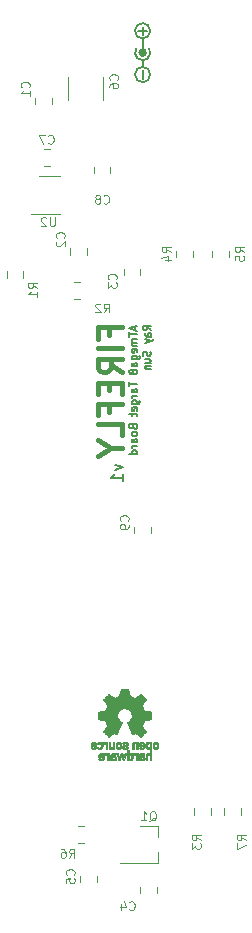
<source format=gbo>
G04 #@! TF.GenerationSoftware,KiCad,Pcbnew,(5.0.1)-3*
G04 #@! TF.CreationDate,2018-11-10T00:41:14-08:00*
G04 #@! TF.ProjectId,firefly,66697265666C792E6B696361645F7063,A*
G04 #@! TF.SameCoordinates,Original*
G04 #@! TF.FileFunction,Legend,Bot*
G04 #@! TF.FilePolarity,Positive*
%FSLAX46Y46*%
G04 Gerber Fmt 4.6, Leading zero omitted, Abs format (unit mm)*
G04 Created by KiCad (PCBNEW (5.0.1)-3) date 11/10/2018 12:41:14 AM*
%MOMM*%
%LPD*%
G01*
G04 APERTURE LIST*
%ADD10C,0.180000*%
%ADD11C,0.140000*%
%ADD12C,0.400000*%
%ADD13C,0.120000*%
%ADD14C,0.010000*%
%ADD15C,0.150000*%
%ADD16C,0.300000*%
%ADD17C,0.100000*%
G04 APERTURE END LIST*
D10*
X150077514Y-103714057D02*
X150744180Y-103952152D01*
X150077514Y-104190247D01*
X150744180Y-105095009D02*
X150744180Y-104523580D01*
X150744180Y-104809295D02*
X149744180Y-104809295D01*
X149887038Y-104714057D01*
X149982276Y-104618819D01*
X150029895Y-104523580D01*
D11*
X153075047Y-92311190D02*
X152765523Y-92094523D01*
X153075047Y-91939761D02*
X152425047Y-91939761D01*
X152425047Y-92187380D01*
X152456000Y-92249285D01*
X152486952Y-92280238D01*
X152548857Y-92311190D01*
X152641714Y-92311190D01*
X152703619Y-92280238D01*
X152734571Y-92249285D01*
X152765523Y-92187380D01*
X152765523Y-91939761D01*
X153075047Y-92868333D02*
X152734571Y-92868333D01*
X152672666Y-92837380D01*
X152641714Y-92775476D01*
X152641714Y-92651666D01*
X152672666Y-92589761D01*
X153044095Y-92868333D02*
X153075047Y-92806428D01*
X153075047Y-92651666D01*
X153044095Y-92589761D01*
X152982190Y-92558809D01*
X152920285Y-92558809D01*
X152858380Y-92589761D01*
X152827428Y-92651666D01*
X152827428Y-92806428D01*
X152796476Y-92868333D01*
X152641714Y-93115952D02*
X153075047Y-93270714D01*
X152641714Y-93425476D02*
X153075047Y-93270714D01*
X153229809Y-93208809D01*
X153260761Y-93177857D01*
X153291714Y-93115952D01*
X153044095Y-94137380D02*
X153075047Y-94230238D01*
X153075047Y-94385000D01*
X153044095Y-94446904D01*
X153013142Y-94477857D01*
X152951238Y-94508809D01*
X152889333Y-94508809D01*
X152827428Y-94477857D01*
X152796476Y-94446904D01*
X152765523Y-94385000D01*
X152734571Y-94261190D01*
X152703619Y-94199285D01*
X152672666Y-94168333D01*
X152610761Y-94137380D01*
X152548857Y-94137380D01*
X152486952Y-94168333D01*
X152456000Y-94199285D01*
X152425047Y-94261190D01*
X152425047Y-94415952D01*
X152456000Y-94508809D01*
X152641714Y-95065952D02*
X153075047Y-95065952D01*
X152641714Y-94787380D02*
X152982190Y-94787380D01*
X153044095Y-94818333D01*
X153075047Y-94880238D01*
X153075047Y-94973095D01*
X153044095Y-95035000D01*
X153013142Y-95065952D01*
X152641714Y-95375476D02*
X153075047Y-95375476D01*
X152703619Y-95375476D02*
X152672666Y-95406428D01*
X152641714Y-95468333D01*
X152641714Y-95561190D01*
X152672666Y-95623095D01*
X152734571Y-95654047D01*
X153075047Y-95654047D01*
X151746333Y-92010409D02*
X151746333Y-92319933D01*
X151932047Y-91948504D02*
X151282047Y-92165171D01*
X151932047Y-92381838D01*
X151282047Y-92505647D02*
X151282047Y-92877076D01*
X151932047Y-92691361D02*
X151282047Y-92691361D01*
X151932047Y-93093742D02*
X151498714Y-93093742D01*
X151560619Y-93093742D02*
X151529666Y-93124695D01*
X151498714Y-93186600D01*
X151498714Y-93279457D01*
X151529666Y-93341361D01*
X151591571Y-93372314D01*
X151932047Y-93372314D01*
X151591571Y-93372314D02*
X151529666Y-93403266D01*
X151498714Y-93465171D01*
X151498714Y-93558028D01*
X151529666Y-93619933D01*
X151591571Y-93650885D01*
X151932047Y-93650885D01*
X151901095Y-94208028D02*
X151932047Y-94146123D01*
X151932047Y-94022314D01*
X151901095Y-93960409D01*
X151839190Y-93929457D01*
X151591571Y-93929457D01*
X151529666Y-93960409D01*
X151498714Y-94022314D01*
X151498714Y-94146123D01*
X151529666Y-94208028D01*
X151591571Y-94238980D01*
X151653476Y-94238980D01*
X151715380Y-93929457D01*
X151498714Y-94796123D02*
X152024904Y-94796123D01*
X152086809Y-94765171D01*
X152117761Y-94734219D01*
X152148714Y-94672314D01*
X152148714Y-94579457D01*
X152117761Y-94517552D01*
X151901095Y-94796123D02*
X151932047Y-94734219D01*
X151932047Y-94610409D01*
X151901095Y-94548504D01*
X151870142Y-94517552D01*
X151808238Y-94486600D01*
X151622523Y-94486600D01*
X151560619Y-94517552D01*
X151529666Y-94548504D01*
X151498714Y-94610409D01*
X151498714Y-94734219D01*
X151529666Y-94796123D01*
X151932047Y-95384219D02*
X151591571Y-95384219D01*
X151529666Y-95353266D01*
X151498714Y-95291361D01*
X151498714Y-95167552D01*
X151529666Y-95105647D01*
X151901095Y-95384219D02*
X151932047Y-95322314D01*
X151932047Y-95167552D01*
X151901095Y-95105647D01*
X151839190Y-95074695D01*
X151777285Y-95074695D01*
X151715380Y-95105647D01*
X151684428Y-95167552D01*
X151684428Y-95322314D01*
X151653476Y-95384219D01*
X151560619Y-95786600D02*
X151529666Y-95724695D01*
X151498714Y-95693742D01*
X151436809Y-95662790D01*
X151405857Y-95662790D01*
X151343952Y-95693742D01*
X151313000Y-95724695D01*
X151282047Y-95786600D01*
X151282047Y-95910409D01*
X151313000Y-95972314D01*
X151343952Y-96003266D01*
X151405857Y-96034219D01*
X151436809Y-96034219D01*
X151498714Y-96003266D01*
X151529666Y-95972314D01*
X151560619Y-95910409D01*
X151560619Y-95786600D01*
X151591571Y-95724695D01*
X151622523Y-95693742D01*
X151684428Y-95662790D01*
X151808238Y-95662790D01*
X151870142Y-95693742D01*
X151901095Y-95724695D01*
X151932047Y-95786600D01*
X151932047Y-95910409D01*
X151901095Y-95972314D01*
X151870142Y-96003266D01*
X151808238Y-96034219D01*
X151684428Y-96034219D01*
X151622523Y-96003266D01*
X151591571Y-95972314D01*
X151560619Y-95910409D01*
X151282047Y-96715171D02*
X151282047Y-97086600D01*
X151932047Y-96900885D02*
X151282047Y-96900885D01*
X151932047Y-97581838D02*
X151591571Y-97581838D01*
X151529666Y-97550885D01*
X151498714Y-97488980D01*
X151498714Y-97365171D01*
X151529666Y-97303266D01*
X151901095Y-97581838D02*
X151932047Y-97519933D01*
X151932047Y-97365171D01*
X151901095Y-97303266D01*
X151839190Y-97272314D01*
X151777285Y-97272314D01*
X151715380Y-97303266D01*
X151684428Y-97365171D01*
X151684428Y-97519933D01*
X151653476Y-97581838D01*
X151932047Y-97891361D02*
X151498714Y-97891361D01*
X151622523Y-97891361D02*
X151560619Y-97922314D01*
X151529666Y-97953266D01*
X151498714Y-98015171D01*
X151498714Y-98077076D01*
X151498714Y-98572314D02*
X152024904Y-98572314D01*
X152086809Y-98541361D01*
X152117761Y-98510409D01*
X152148714Y-98448504D01*
X152148714Y-98355647D01*
X152117761Y-98293742D01*
X151901095Y-98572314D02*
X151932047Y-98510409D01*
X151932047Y-98386600D01*
X151901095Y-98324695D01*
X151870142Y-98293742D01*
X151808238Y-98262790D01*
X151622523Y-98262790D01*
X151560619Y-98293742D01*
X151529666Y-98324695D01*
X151498714Y-98386600D01*
X151498714Y-98510409D01*
X151529666Y-98572314D01*
X151901095Y-99129457D02*
X151932047Y-99067552D01*
X151932047Y-98943742D01*
X151901095Y-98881838D01*
X151839190Y-98850885D01*
X151591571Y-98850885D01*
X151529666Y-98881838D01*
X151498714Y-98943742D01*
X151498714Y-99067552D01*
X151529666Y-99129457D01*
X151591571Y-99160409D01*
X151653476Y-99160409D01*
X151715380Y-98850885D01*
X151498714Y-99346123D02*
X151498714Y-99593742D01*
X151282047Y-99438980D02*
X151839190Y-99438980D01*
X151901095Y-99469933D01*
X151932047Y-99531838D01*
X151932047Y-99593742D01*
X151591571Y-100522314D02*
X151622523Y-100615171D01*
X151653476Y-100646123D01*
X151715380Y-100677076D01*
X151808238Y-100677076D01*
X151870142Y-100646123D01*
X151901095Y-100615171D01*
X151932047Y-100553266D01*
X151932047Y-100305647D01*
X151282047Y-100305647D01*
X151282047Y-100522314D01*
X151313000Y-100584219D01*
X151343952Y-100615171D01*
X151405857Y-100646123D01*
X151467761Y-100646123D01*
X151529666Y-100615171D01*
X151560619Y-100584219D01*
X151591571Y-100522314D01*
X151591571Y-100305647D01*
X151932047Y-101048504D02*
X151901095Y-100986600D01*
X151870142Y-100955647D01*
X151808238Y-100924695D01*
X151622523Y-100924695D01*
X151560619Y-100955647D01*
X151529666Y-100986600D01*
X151498714Y-101048504D01*
X151498714Y-101141361D01*
X151529666Y-101203266D01*
X151560619Y-101234219D01*
X151622523Y-101265171D01*
X151808238Y-101265171D01*
X151870142Y-101234219D01*
X151901095Y-101203266D01*
X151932047Y-101141361D01*
X151932047Y-101048504D01*
X151932047Y-101822314D02*
X151591571Y-101822314D01*
X151529666Y-101791361D01*
X151498714Y-101729457D01*
X151498714Y-101605647D01*
X151529666Y-101543742D01*
X151901095Y-101822314D02*
X151932047Y-101760409D01*
X151932047Y-101605647D01*
X151901095Y-101543742D01*
X151839190Y-101512790D01*
X151777285Y-101512790D01*
X151715380Y-101543742D01*
X151684428Y-101605647D01*
X151684428Y-101760409D01*
X151653476Y-101822314D01*
X151932047Y-102131838D02*
X151498714Y-102131838D01*
X151622523Y-102131838D02*
X151560619Y-102162790D01*
X151529666Y-102193742D01*
X151498714Y-102255647D01*
X151498714Y-102317552D01*
X151932047Y-102812790D02*
X151282047Y-102812790D01*
X151901095Y-102812790D02*
X151932047Y-102750885D01*
X151932047Y-102627076D01*
X151901095Y-102565171D01*
X151870142Y-102534219D01*
X151808238Y-102503266D01*
X151622523Y-102503266D01*
X151560619Y-102534219D01*
X151529666Y-102565171D01*
X151498714Y-102627076D01*
X151498714Y-102750885D01*
X151529666Y-102812790D01*
D12*
X149590142Y-92766657D02*
X149590142Y-92099990D01*
X150637761Y-92099990D02*
X148637761Y-92099990D01*
X148637761Y-93052371D01*
X150637761Y-93814276D02*
X148637761Y-93814276D01*
X150637761Y-95909514D02*
X149685380Y-95242847D01*
X150637761Y-94766657D02*
X148637761Y-94766657D01*
X148637761Y-95528561D01*
X148733000Y-95719038D01*
X148828238Y-95814276D01*
X149018714Y-95909514D01*
X149304428Y-95909514D01*
X149494904Y-95814276D01*
X149590142Y-95719038D01*
X149685380Y-95528561D01*
X149685380Y-94766657D01*
X149590142Y-96766657D02*
X149590142Y-97433323D01*
X150637761Y-97719038D02*
X150637761Y-96766657D01*
X148637761Y-96766657D01*
X148637761Y-97719038D01*
X149590142Y-99242847D02*
X149590142Y-98576180D01*
X150637761Y-98576180D02*
X148637761Y-98576180D01*
X148637761Y-99528561D01*
X150637761Y-101242847D02*
X150637761Y-100290466D01*
X148637761Y-100290466D01*
X149685380Y-102290466D02*
X150637761Y-102290466D01*
X148637761Y-101623800D02*
X149685380Y-102290466D01*
X148637761Y-102957133D01*
D13*
G04 #@! TO.C,C9*
X151690000Y-109481252D02*
X151690000Y-108958748D01*
X153110000Y-109481252D02*
X153110000Y-108958748D01*
G04 #@! TO.C,C1*
X144728000Y-73159252D02*
X144728000Y-72636748D01*
X143308000Y-73159252D02*
X143308000Y-72636748D01*
G04 #@! TO.C,C7*
X144010748Y-77014000D02*
X144533252Y-77014000D01*
X144010748Y-78434000D02*
X144533252Y-78434000D01*
G04 #@! TO.C,C8*
X148261000Y-79010252D02*
X148261000Y-78487748D01*
X149681000Y-79010252D02*
X149681000Y-78487748D01*
G04 #@! TO.C,C2*
X147712500Y-85922752D02*
X147712500Y-85400248D01*
X146292500Y-85922752D02*
X146292500Y-85400248D01*
G04 #@! TO.C,C3*
X152221000Y-87123748D02*
X152221000Y-87646252D01*
X150801000Y-87123748D02*
X150801000Y-87646252D01*
G04 #@! TO.C,C5*
X148538000Y-139081252D02*
X148538000Y-138558748D01*
X147118000Y-139081252D02*
X147118000Y-138558748D01*
G04 #@! TO.C,C4*
X152198000Y-139438748D02*
X152198000Y-139961252D01*
X153618000Y-139438748D02*
X153618000Y-139961252D01*
G04 #@! TO.C,R2*
X146550748Y-88253500D02*
X147073252Y-88253500D01*
X146550748Y-89673500D02*
X147073252Y-89673500D01*
G04 #@! TO.C,R1*
X140895000Y-87359748D02*
X140895000Y-87882252D01*
X142315000Y-87359748D02*
X142315000Y-87882252D01*
G04 #@! TO.C,R4*
X155246000Y-86113252D02*
X155246000Y-85590748D01*
X156666000Y-86113252D02*
X156666000Y-85590748D01*
G04 #@! TO.C,R5*
X159714000Y-86113252D02*
X159714000Y-85590748D01*
X158294000Y-86113252D02*
X158294000Y-85590748D01*
G04 #@! TO.C,R7*
X159310000Y-132825748D02*
X159310000Y-133348252D01*
X160730000Y-132825748D02*
X160730000Y-133348252D01*
G04 #@! TO.C,R3*
X156770000Y-133348252D02*
X156770000Y-132825748D01*
X158190000Y-133348252D02*
X158190000Y-132825748D01*
G04 #@! TO.C,U2*
X145426000Y-82509000D02*
X142976000Y-82509000D01*
X143626000Y-79289000D02*
X145426000Y-79289000D01*
G04 #@! TO.C,C6*
X146094000Y-72882000D02*
X146094000Y-70882000D01*
X149054000Y-70882000D02*
X149054000Y-72882000D01*
D14*
G04 #@! TO.C,REF\002A\002A*
G36*
X150499036Y-123020018D02*
X150442188Y-123321570D01*
X150022662Y-123494512D01*
X149771016Y-123323395D01*
X149700542Y-123275750D01*
X149636837Y-123233210D01*
X149582874Y-123197715D01*
X149541627Y-123171210D01*
X149516066Y-123155636D01*
X149509105Y-123152278D01*
X149496565Y-123160914D01*
X149469769Y-123184792D01*
X149431720Y-123220859D01*
X149385421Y-123266067D01*
X149333877Y-123317364D01*
X149280091Y-123371701D01*
X149227065Y-123426028D01*
X149177805Y-123477295D01*
X149135313Y-123522451D01*
X149102593Y-123558446D01*
X149082649Y-123582230D01*
X149077881Y-123590190D01*
X149084743Y-123604865D01*
X149103980Y-123637014D01*
X149133570Y-123683492D01*
X149171490Y-123741156D01*
X149215718Y-123806860D01*
X149241346Y-123844336D01*
X149288059Y-123912768D01*
X149329568Y-123974520D01*
X149363860Y-124026519D01*
X149388920Y-124065692D01*
X149402736Y-124088965D01*
X149404812Y-124093855D01*
X149400105Y-124107755D01*
X149387277Y-124140150D01*
X149368262Y-124186485D01*
X149344997Y-124242206D01*
X149319416Y-124302758D01*
X149293455Y-124363586D01*
X149269050Y-124420136D01*
X149248137Y-124467852D01*
X149232651Y-124502181D01*
X149224528Y-124518568D01*
X149224048Y-124519212D01*
X149211293Y-124522341D01*
X149177323Y-124529321D01*
X149125660Y-124539467D01*
X149059824Y-124552092D01*
X148983336Y-124566509D01*
X148938710Y-124574823D01*
X148856979Y-124590384D01*
X148783157Y-124605192D01*
X148720979Y-124618436D01*
X148674178Y-124629305D01*
X148646491Y-124636989D01*
X148640926Y-124639427D01*
X148635474Y-124655930D01*
X148631076Y-124693200D01*
X148627728Y-124746880D01*
X148625426Y-124812612D01*
X148624168Y-124886037D01*
X148623952Y-124962796D01*
X148624773Y-125038532D01*
X148626629Y-125108886D01*
X148629518Y-125169500D01*
X148633435Y-125216016D01*
X148638378Y-125244075D01*
X148641343Y-125249916D01*
X148659066Y-125256917D01*
X148696619Y-125266927D01*
X148749036Y-125278769D01*
X148811348Y-125291267D01*
X148833100Y-125295310D01*
X148937976Y-125314520D01*
X149020820Y-125329991D01*
X149084370Y-125342337D01*
X149131363Y-125352173D01*
X149164537Y-125360114D01*
X149186629Y-125366776D01*
X149200376Y-125372773D01*
X149208516Y-125378719D01*
X149209655Y-125379894D01*
X149221023Y-125398826D01*
X149238365Y-125435669D01*
X149259950Y-125485913D01*
X149284046Y-125545046D01*
X149308921Y-125608556D01*
X149332843Y-125671932D01*
X149354081Y-125730662D01*
X149370903Y-125780235D01*
X149381578Y-125816139D01*
X149384373Y-125833862D01*
X149384140Y-125834483D01*
X149374669Y-125848970D01*
X149353182Y-125880844D01*
X149321937Y-125926789D01*
X149283193Y-125983485D01*
X149239207Y-126047617D01*
X149226681Y-126065842D01*
X149182016Y-126131914D01*
X149142712Y-126192200D01*
X149110912Y-126243235D01*
X149088755Y-126281560D01*
X149078383Y-126303711D01*
X149077881Y-126306432D01*
X149086595Y-126320736D01*
X149110675Y-126349072D01*
X149147024Y-126388396D01*
X149192547Y-126435661D01*
X149244148Y-126487823D01*
X149298733Y-126541835D01*
X149353206Y-126594653D01*
X149404471Y-126643231D01*
X149449433Y-126684523D01*
X149484996Y-126715485D01*
X149508065Y-126733070D01*
X149514446Y-126735941D01*
X149529301Y-126729178D01*
X149559714Y-126710939D01*
X149600732Y-126684297D01*
X149632291Y-126662852D01*
X149689475Y-126623503D01*
X149757194Y-126577171D01*
X149825120Y-126530913D01*
X149861639Y-126506155D01*
X149985248Y-126422547D01*
X150089009Y-126478650D01*
X150136280Y-126503228D01*
X150176477Y-126522331D01*
X150203674Y-126533227D01*
X150210598Y-126534743D01*
X150218923Y-126523549D01*
X150235346Y-126491917D01*
X150258643Y-126442765D01*
X150287586Y-126379010D01*
X150320950Y-126303571D01*
X150357509Y-126219364D01*
X150396036Y-126129308D01*
X150435306Y-126036321D01*
X150474092Y-125943320D01*
X150511170Y-125853223D01*
X150545311Y-125768948D01*
X150575292Y-125693413D01*
X150599884Y-125629534D01*
X150617864Y-125580231D01*
X150628003Y-125548421D01*
X150629634Y-125537496D01*
X150616709Y-125523561D01*
X150588411Y-125500940D01*
X150550654Y-125474333D01*
X150547485Y-125472228D01*
X150449900Y-125394114D01*
X150371214Y-125302982D01*
X150312109Y-125201745D01*
X150273268Y-125093318D01*
X150255372Y-124980614D01*
X150259103Y-124866548D01*
X150285143Y-124754034D01*
X150334175Y-124645985D01*
X150348600Y-124622345D01*
X150423631Y-124526887D01*
X150512270Y-124450232D01*
X150611451Y-124392780D01*
X150718105Y-124354929D01*
X150829164Y-124337078D01*
X150941561Y-124339625D01*
X151052227Y-124362970D01*
X151158094Y-124407510D01*
X151256095Y-124473645D01*
X151286410Y-124500487D01*
X151363562Y-124584512D01*
X151419782Y-124672966D01*
X151458347Y-124772115D01*
X151479826Y-124870303D01*
X151485128Y-124980697D01*
X151467448Y-125091640D01*
X151428581Y-125199381D01*
X151370323Y-125300169D01*
X151294469Y-125390256D01*
X151202817Y-125465892D01*
X151190772Y-125473864D01*
X151152611Y-125499974D01*
X151123601Y-125522595D01*
X151109732Y-125537039D01*
X151109531Y-125537496D01*
X151112508Y-125553121D01*
X151124311Y-125588582D01*
X151143714Y-125640962D01*
X151169488Y-125707345D01*
X151200409Y-125784814D01*
X151235249Y-125870450D01*
X151272783Y-125961337D01*
X151311783Y-126054559D01*
X151351023Y-126147197D01*
X151389276Y-126236335D01*
X151425317Y-126319055D01*
X151457917Y-126392441D01*
X151485852Y-126453575D01*
X151507895Y-126499541D01*
X151522818Y-126527421D01*
X151528828Y-126534743D01*
X151547191Y-126529041D01*
X151581552Y-126513749D01*
X151625984Y-126491599D01*
X151650417Y-126478650D01*
X151754178Y-126422547D01*
X151877787Y-126506155D01*
X151940886Y-126548987D01*
X152009970Y-126596122D01*
X152074707Y-126640503D01*
X152107134Y-126662852D01*
X152152741Y-126693477D01*
X152191360Y-126717747D01*
X152217952Y-126732587D01*
X152226590Y-126735724D01*
X152239161Y-126727261D01*
X152266984Y-126703636D01*
X152307361Y-126667302D01*
X152357595Y-126620711D01*
X152414988Y-126566317D01*
X152451286Y-126531392D01*
X152514790Y-126468996D01*
X152569673Y-126413188D01*
X152613714Y-126366354D01*
X152644695Y-126330882D01*
X152660398Y-126309161D01*
X152661905Y-126304752D01*
X152654914Y-126287985D01*
X152635594Y-126254082D01*
X152606091Y-126206476D01*
X152568545Y-126148599D01*
X152525100Y-126083884D01*
X152512745Y-126065842D01*
X152467727Y-126000267D01*
X152427340Y-125941228D01*
X152393840Y-125892042D01*
X152369486Y-125856028D01*
X152356536Y-125836502D01*
X152355285Y-125834483D01*
X152357156Y-125818922D01*
X152367087Y-125784709D01*
X152383347Y-125736355D01*
X152404205Y-125678371D01*
X152427927Y-125615270D01*
X152452784Y-125551563D01*
X152477042Y-125491761D01*
X152498971Y-125440376D01*
X152516838Y-125401919D01*
X152528913Y-125380902D01*
X152529771Y-125379894D01*
X152537154Y-125373888D01*
X152549625Y-125367948D01*
X152569920Y-125361460D01*
X152600778Y-125353809D01*
X152644934Y-125344380D01*
X152705126Y-125332559D01*
X152784093Y-125317729D01*
X152884570Y-125299277D01*
X152906325Y-125295310D01*
X152970802Y-125282853D01*
X153027011Y-125270666D01*
X153069987Y-125259926D01*
X153094760Y-125251809D01*
X153098082Y-125249916D01*
X153103556Y-125233138D01*
X153108006Y-125195645D01*
X153111428Y-125141794D01*
X153113819Y-125075944D01*
X153115177Y-125002453D01*
X153115499Y-124925680D01*
X153114781Y-124849983D01*
X153113021Y-124779720D01*
X153110216Y-124719250D01*
X153106362Y-124672930D01*
X153101457Y-124645119D01*
X153098500Y-124639427D01*
X153082037Y-124633686D01*
X153044551Y-124624345D01*
X152989775Y-124612215D01*
X152921445Y-124598107D01*
X152843294Y-124582830D01*
X152800716Y-124574823D01*
X152719929Y-124559721D01*
X152647887Y-124546040D01*
X152588111Y-124534467D01*
X152544121Y-124525687D01*
X152519439Y-124520387D01*
X152515377Y-124519212D01*
X152508511Y-124505965D01*
X152493998Y-124474057D01*
X152473771Y-124428047D01*
X152449766Y-124372492D01*
X152423918Y-124311953D01*
X152398160Y-124250986D01*
X152374427Y-124194151D01*
X152354654Y-124146006D01*
X152340776Y-124111110D01*
X152334726Y-124094021D01*
X152334614Y-124093274D01*
X152341472Y-124079793D01*
X152360698Y-124048770D01*
X152390272Y-124003289D01*
X152428173Y-123946432D01*
X152472380Y-123881283D01*
X152498079Y-123843862D01*
X152544907Y-123775247D01*
X152586499Y-123712952D01*
X152620825Y-123660129D01*
X152645857Y-123619927D01*
X152659565Y-123595500D01*
X152661544Y-123590024D01*
X152653034Y-123577278D01*
X152629507Y-123550063D01*
X152593968Y-123511428D01*
X152549423Y-123464423D01*
X152498877Y-123412095D01*
X152445336Y-123357495D01*
X152391805Y-123303670D01*
X152341289Y-123253670D01*
X152296794Y-123210543D01*
X152261325Y-123177339D01*
X152237887Y-123157106D01*
X152230046Y-123152278D01*
X152217280Y-123159067D01*
X152186744Y-123178142D01*
X152141410Y-123207561D01*
X152084244Y-123245381D01*
X152018216Y-123289661D01*
X151968410Y-123323395D01*
X151716764Y-123494512D01*
X151507001Y-123408041D01*
X151297237Y-123321570D01*
X151240389Y-123020018D01*
X151183540Y-122718466D01*
X150555885Y-122718466D01*
X150499036Y-123020018D01*
X150499036Y-123020018D01*
G37*
X150499036Y-123020018D02*
X150442188Y-123321570D01*
X150022662Y-123494512D01*
X149771016Y-123323395D01*
X149700542Y-123275750D01*
X149636837Y-123233210D01*
X149582874Y-123197715D01*
X149541627Y-123171210D01*
X149516066Y-123155636D01*
X149509105Y-123152278D01*
X149496565Y-123160914D01*
X149469769Y-123184792D01*
X149431720Y-123220859D01*
X149385421Y-123266067D01*
X149333877Y-123317364D01*
X149280091Y-123371701D01*
X149227065Y-123426028D01*
X149177805Y-123477295D01*
X149135313Y-123522451D01*
X149102593Y-123558446D01*
X149082649Y-123582230D01*
X149077881Y-123590190D01*
X149084743Y-123604865D01*
X149103980Y-123637014D01*
X149133570Y-123683492D01*
X149171490Y-123741156D01*
X149215718Y-123806860D01*
X149241346Y-123844336D01*
X149288059Y-123912768D01*
X149329568Y-123974520D01*
X149363860Y-124026519D01*
X149388920Y-124065692D01*
X149402736Y-124088965D01*
X149404812Y-124093855D01*
X149400105Y-124107755D01*
X149387277Y-124140150D01*
X149368262Y-124186485D01*
X149344997Y-124242206D01*
X149319416Y-124302758D01*
X149293455Y-124363586D01*
X149269050Y-124420136D01*
X149248137Y-124467852D01*
X149232651Y-124502181D01*
X149224528Y-124518568D01*
X149224048Y-124519212D01*
X149211293Y-124522341D01*
X149177323Y-124529321D01*
X149125660Y-124539467D01*
X149059824Y-124552092D01*
X148983336Y-124566509D01*
X148938710Y-124574823D01*
X148856979Y-124590384D01*
X148783157Y-124605192D01*
X148720979Y-124618436D01*
X148674178Y-124629305D01*
X148646491Y-124636989D01*
X148640926Y-124639427D01*
X148635474Y-124655930D01*
X148631076Y-124693200D01*
X148627728Y-124746880D01*
X148625426Y-124812612D01*
X148624168Y-124886037D01*
X148623952Y-124962796D01*
X148624773Y-125038532D01*
X148626629Y-125108886D01*
X148629518Y-125169500D01*
X148633435Y-125216016D01*
X148638378Y-125244075D01*
X148641343Y-125249916D01*
X148659066Y-125256917D01*
X148696619Y-125266927D01*
X148749036Y-125278769D01*
X148811348Y-125291267D01*
X148833100Y-125295310D01*
X148937976Y-125314520D01*
X149020820Y-125329991D01*
X149084370Y-125342337D01*
X149131363Y-125352173D01*
X149164537Y-125360114D01*
X149186629Y-125366776D01*
X149200376Y-125372773D01*
X149208516Y-125378719D01*
X149209655Y-125379894D01*
X149221023Y-125398826D01*
X149238365Y-125435669D01*
X149259950Y-125485913D01*
X149284046Y-125545046D01*
X149308921Y-125608556D01*
X149332843Y-125671932D01*
X149354081Y-125730662D01*
X149370903Y-125780235D01*
X149381578Y-125816139D01*
X149384373Y-125833862D01*
X149384140Y-125834483D01*
X149374669Y-125848970D01*
X149353182Y-125880844D01*
X149321937Y-125926789D01*
X149283193Y-125983485D01*
X149239207Y-126047617D01*
X149226681Y-126065842D01*
X149182016Y-126131914D01*
X149142712Y-126192200D01*
X149110912Y-126243235D01*
X149088755Y-126281560D01*
X149078383Y-126303711D01*
X149077881Y-126306432D01*
X149086595Y-126320736D01*
X149110675Y-126349072D01*
X149147024Y-126388396D01*
X149192547Y-126435661D01*
X149244148Y-126487823D01*
X149298733Y-126541835D01*
X149353206Y-126594653D01*
X149404471Y-126643231D01*
X149449433Y-126684523D01*
X149484996Y-126715485D01*
X149508065Y-126733070D01*
X149514446Y-126735941D01*
X149529301Y-126729178D01*
X149559714Y-126710939D01*
X149600732Y-126684297D01*
X149632291Y-126662852D01*
X149689475Y-126623503D01*
X149757194Y-126577171D01*
X149825120Y-126530913D01*
X149861639Y-126506155D01*
X149985248Y-126422547D01*
X150089009Y-126478650D01*
X150136280Y-126503228D01*
X150176477Y-126522331D01*
X150203674Y-126533227D01*
X150210598Y-126534743D01*
X150218923Y-126523549D01*
X150235346Y-126491917D01*
X150258643Y-126442765D01*
X150287586Y-126379010D01*
X150320950Y-126303571D01*
X150357509Y-126219364D01*
X150396036Y-126129308D01*
X150435306Y-126036321D01*
X150474092Y-125943320D01*
X150511170Y-125853223D01*
X150545311Y-125768948D01*
X150575292Y-125693413D01*
X150599884Y-125629534D01*
X150617864Y-125580231D01*
X150628003Y-125548421D01*
X150629634Y-125537496D01*
X150616709Y-125523561D01*
X150588411Y-125500940D01*
X150550654Y-125474333D01*
X150547485Y-125472228D01*
X150449900Y-125394114D01*
X150371214Y-125302982D01*
X150312109Y-125201745D01*
X150273268Y-125093318D01*
X150255372Y-124980614D01*
X150259103Y-124866548D01*
X150285143Y-124754034D01*
X150334175Y-124645985D01*
X150348600Y-124622345D01*
X150423631Y-124526887D01*
X150512270Y-124450232D01*
X150611451Y-124392780D01*
X150718105Y-124354929D01*
X150829164Y-124337078D01*
X150941561Y-124339625D01*
X151052227Y-124362970D01*
X151158094Y-124407510D01*
X151256095Y-124473645D01*
X151286410Y-124500487D01*
X151363562Y-124584512D01*
X151419782Y-124672966D01*
X151458347Y-124772115D01*
X151479826Y-124870303D01*
X151485128Y-124980697D01*
X151467448Y-125091640D01*
X151428581Y-125199381D01*
X151370323Y-125300169D01*
X151294469Y-125390256D01*
X151202817Y-125465892D01*
X151190772Y-125473864D01*
X151152611Y-125499974D01*
X151123601Y-125522595D01*
X151109732Y-125537039D01*
X151109531Y-125537496D01*
X151112508Y-125553121D01*
X151124311Y-125588582D01*
X151143714Y-125640962D01*
X151169488Y-125707345D01*
X151200409Y-125784814D01*
X151235249Y-125870450D01*
X151272783Y-125961337D01*
X151311783Y-126054559D01*
X151351023Y-126147197D01*
X151389276Y-126236335D01*
X151425317Y-126319055D01*
X151457917Y-126392441D01*
X151485852Y-126453575D01*
X151507895Y-126499541D01*
X151522818Y-126527421D01*
X151528828Y-126534743D01*
X151547191Y-126529041D01*
X151581552Y-126513749D01*
X151625984Y-126491599D01*
X151650417Y-126478650D01*
X151754178Y-126422547D01*
X151877787Y-126506155D01*
X151940886Y-126548987D01*
X152009970Y-126596122D01*
X152074707Y-126640503D01*
X152107134Y-126662852D01*
X152152741Y-126693477D01*
X152191360Y-126717747D01*
X152217952Y-126732587D01*
X152226590Y-126735724D01*
X152239161Y-126727261D01*
X152266984Y-126703636D01*
X152307361Y-126667302D01*
X152357595Y-126620711D01*
X152414988Y-126566317D01*
X152451286Y-126531392D01*
X152514790Y-126468996D01*
X152569673Y-126413188D01*
X152613714Y-126366354D01*
X152644695Y-126330882D01*
X152660398Y-126309161D01*
X152661905Y-126304752D01*
X152654914Y-126287985D01*
X152635594Y-126254082D01*
X152606091Y-126206476D01*
X152568545Y-126148599D01*
X152525100Y-126083884D01*
X152512745Y-126065842D01*
X152467727Y-126000267D01*
X152427340Y-125941228D01*
X152393840Y-125892042D01*
X152369486Y-125856028D01*
X152356536Y-125836502D01*
X152355285Y-125834483D01*
X152357156Y-125818922D01*
X152367087Y-125784709D01*
X152383347Y-125736355D01*
X152404205Y-125678371D01*
X152427927Y-125615270D01*
X152452784Y-125551563D01*
X152477042Y-125491761D01*
X152498971Y-125440376D01*
X152516838Y-125401919D01*
X152528913Y-125380902D01*
X152529771Y-125379894D01*
X152537154Y-125373888D01*
X152549625Y-125367948D01*
X152569920Y-125361460D01*
X152600778Y-125353809D01*
X152644934Y-125344380D01*
X152705126Y-125332559D01*
X152784093Y-125317729D01*
X152884570Y-125299277D01*
X152906325Y-125295310D01*
X152970802Y-125282853D01*
X153027011Y-125270666D01*
X153069987Y-125259926D01*
X153094760Y-125251809D01*
X153098082Y-125249916D01*
X153103556Y-125233138D01*
X153108006Y-125195645D01*
X153111428Y-125141794D01*
X153113819Y-125075944D01*
X153115177Y-125002453D01*
X153115499Y-124925680D01*
X153114781Y-124849983D01*
X153113021Y-124779720D01*
X153110216Y-124719250D01*
X153106362Y-124672930D01*
X153101457Y-124645119D01*
X153098500Y-124639427D01*
X153082037Y-124633686D01*
X153044551Y-124624345D01*
X152989775Y-124612215D01*
X152921445Y-124598107D01*
X152843294Y-124582830D01*
X152800716Y-124574823D01*
X152719929Y-124559721D01*
X152647887Y-124546040D01*
X152588111Y-124534467D01*
X152544121Y-124525687D01*
X152519439Y-124520387D01*
X152515377Y-124519212D01*
X152508511Y-124505965D01*
X152493998Y-124474057D01*
X152473771Y-124428047D01*
X152449766Y-124372492D01*
X152423918Y-124311953D01*
X152398160Y-124250986D01*
X152374427Y-124194151D01*
X152354654Y-124146006D01*
X152340776Y-124111110D01*
X152334726Y-124094021D01*
X152334614Y-124093274D01*
X152341472Y-124079793D01*
X152360698Y-124048770D01*
X152390272Y-124003289D01*
X152428173Y-123946432D01*
X152472380Y-123881283D01*
X152498079Y-123843862D01*
X152544907Y-123775247D01*
X152586499Y-123712952D01*
X152620825Y-123660129D01*
X152645857Y-123619927D01*
X152659565Y-123595500D01*
X152661544Y-123590024D01*
X152653034Y-123577278D01*
X152629507Y-123550063D01*
X152593968Y-123511428D01*
X152549423Y-123464423D01*
X152498877Y-123412095D01*
X152445336Y-123357495D01*
X152391805Y-123303670D01*
X152341289Y-123253670D01*
X152296794Y-123210543D01*
X152261325Y-123177339D01*
X152237887Y-123157106D01*
X152230046Y-123152278D01*
X152217280Y-123159067D01*
X152186744Y-123178142D01*
X152141410Y-123207561D01*
X152084244Y-123245381D01*
X152018216Y-123289661D01*
X151968410Y-123323395D01*
X151716764Y-123494512D01*
X151507001Y-123408041D01*
X151297237Y-123321570D01*
X151240389Y-123020018D01*
X151183540Y-122718466D01*
X150555885Y-122718466D01*
X150499036Y-123020018D01*
G36*
X149076540Y-127188030D02*
X149033289Y-127201245D01*
X149005442Y-127217941D01*
X148996371Y-127231145D01*
X148998868Y-127246797D01*
X149015069Y-127271385D01*
X149028768Y-127288800D01*
X149057008Y-127320283D01*
X149078225Y-127333529D01*
X149096312Y-127332664D01*
X149149965Y-127319010D01*
X149189370Y-127319630D01*
X149221368Y-127335104D01*
X149232110Y-127344161D01*
X149266495Y-127376027D01*
X149266495Y-127792179D01*
X149404812Y-127792179D01*
X149404812Y-127188614D01*
X149335653Y-127188614D01*
X149294131Y-127190256D01*
X149272709Y-127196087D01*
X149266498Y-127207461D01*
X149266495Y-127207798D01*
X149263561Y-127219713D01*
X149250296Y-127218159D01*
X149231916Y-127209563D01*
X149193954Y-127193568D01*
X149163128Y-127183945D01*
X149123464Y-127181478D01*
X149076540Y-127188030D01*
X149076540Y-127188030D01*
G37*
X149076540Y-127188030D02*
X149033289Y-127201245D01*
X149005442Y-127217941D01*
X148996371Y-127231145D01*
X148998868Y-127246797D01*
X149015069Y-127271385D01*
X149028768Y-127288800D01*
X149057008Y-127320283D01*
X149078225Y-127333529D01*
X149096312Y-127332664D01*
X149149965Y-127319010D01*
X149189370Y-127319630D01*
X149221368Y-127335104D01*
X149232110Y-127344161D01*
X149266495Y-127376027D01*
X149266495Y-127792179D01*
X149404812Y-127792179D01*
X149404812Y-127188614D01*
X149335653Y-127188614D01*
X149294131Y-127190256D01*
X149272709Y-127196087D01*
X149266498Y-127207461D01*
X149266495Y-127207798D01*
X149263561Y-127219713D01*
X149250296Y-127218159D01*
X149231916Y-127209563D01*
X149193954Y-127193568D01*
X149163128Y-127183945D01*
X149123464Y-127181478D01*
X149076540Y-127188030D01*
G36*
X151630012Y-127199002D02*
X151598717Y-127213950D01*
X151568409Y-127235541D01*
X151545318Y-127260391D01*
X151528500Y-127292087D01*
X151517006Y-127334214D01*
X151509891Y-127390358D01*
X151506207Y-127464106D01*
X151505008Y-127559044D01*
X151504989Y-127568985D01*
X151504713Y-127792179D01*
X151643030Y-127792179D01*
X151643030Y-127586418D01*
X151643128Y-127510189D01*
X151643809Y-127454939D01*
X151645651Y-127416501D01*
X151649233Y-127390706D01*
X151655132Y-127373384D01*
X151663927Y-127360368D01*
X151676180Y-127347507D01*
X151719047Y-127319873D01*
X151765843Y-127314745D01*
X151810424Y-127332217D01*
X151825928Y-127345221D01*
X151837310Y-127357447D01*
X151845481Y-127370540D01*
X151850974Y-127388615D01*
X151854320Y-127415787D01*
X151856051Y-127456170D01*
X151856697Y-127513879D01*
X151856792Y-127584132D01*
X151856792Y-127792179D01*
X151995109Y-127792179D01*
X151995109Y-127188614D01*
X151925950Y-127188614D01*
X151884428Y-127190256D01*
X151863006Y-127196087D01*
X151856795Y-127207461D01*
X151856792Y-127207798D01*
X151853910Y-127218938D01*
X151841199Y-127217674D01*
X151815926Y-127205434D01*
X151758605Y-127187424D01*
X151693037Y-127185421D01*
X151630012Y-127199002D01*
X151630012Y-127199002D01*
G37*
X151630012Y-127199002D02*
X151598717Y-127213950D01*
X151568409Y-127235541D01*
X151545318Y-127260391D01*
X151528500Y-127292087D01*
X151517006Y-127334214D01*
X151509891Y-127390358D01*
X151506207Y-127464106D01*
X151505008Y-127559044D01*
X151504989Y-127568985D01*
X151504713Y-127792179D01*
X151643030Y-127792179D01*
X151643030Y-127586418D01*
X151643128Y-127510189D01*
X151643809Y-127454939D01*
X151645651Y-127416501D01*
X151649233Y-127390706D01*
X151655132Y-127373384D01*
X151663927Y-127360368D01*
X151676180Y-127347507D01*
X151719047Y-127319873D01*
X151765843Y-127314745D01*
X151810424Y-127332217D01*
X151825928Y-127345221D01*
X151837310Y-127357447D01*
X151845481Y-127370540D01*
X151850974Y-127388615D01*
X151854320Y-127415787D01*
X151856051Y-127456170D01*
X151856697Y-127513879D01*
X151856792Y-127584132D01*
X151856792Y-127792179D01*
X151995109Y-127792179D01*
X151995109Y-127188614D01*
X151925950Y-127188614D01*
X151884428Y-127190256D01*
X151863006Y-127196087D01*
X151856795Y-127207461D01*
X151856792Y-127207798D01*
X151853910Y-127218938D01*
X151841199Y-127217674D01*
X151815926Y-127205434D01*
X151758605Y-127187424D01*
X151693037Y-127185421D01*
X151630012Y-127199002D01*
G36*
X148198102Y-127186457D02*
X148165904Y-127194279D01*
X148104175Y-127222921D01*
X148051390Y-127266667D01*
X148014859Y-127319117D01*
X148009840Y-127330893D01*
X148002955Y-127361740D01*
X147998136Y-127407371D01*
X147996495Y-127453492D01*
X147996495Y-127540693D01*
X148178822Y-127540693D01*
X148254021Y-127540978D01*
X148306997Y-127542704D01*
X148340675Y-127547181D01*
X148357980Y-127555720D01*
X148361837Y-127569630D01*
X148355171Y-127590222D01*
X148343230Y-127614315D01*
X148309920Y-127654525D01*
X148263632Y-127674558D01*
X148207056Y-127673905D01*
X148142969Y-127652101D01*
X148087583Y-127625193D01*
X148041625Y-127661532D01*
X147995667Y-127697872D01*
X148038904Y-127737819D01*
X148096626Y-127775563D01*
X148167614Y-127798320D01*
X148243971Y-127804688D01*
X148317801Y-127793268D01*
X148329713Y-127789393D01*
X148394601Y-127755506D01*
X148442870Y-127704986D01*
X148475535Y-127636325D01*
X148493615Y-127548014D01*
X148493825Y-127546121D01*
X148495444Y-127449878D01*
X148488900Y-127415542D01*
X148361148Y-127415542D01*
X148349416Y-127420822D01*
X148317562Y-127424867D01*
X148270603Y-127427176D01*
X148240846Y-127427525D01*
X148185352Y-127427306D01*
X148150654Y-127425916D01*
X148132399Y-127422251D01*
X148126234Y-127415210D01*
X148127805Y-127403690D01*
X148129122Y-127399233D01*
X148151618Y-127357355D01*
X148186997Y-127323604D01*
X148218220Y-127308773D01*
X148259699Y-127309668D01*
X148301731Y-127328164D01*
X148336988Y-127358786D01*
X148358146Y-127396062D01*
X148361148Y-127415542D01*
X148488900Y-127415542D01*
X148479310Y-127365229D01*
X148447302Y-127294191D01*
X148401299Y-127238779D01*
X148343179Y-127201009D01*
X148274820Y-127182896D01*
X148198102Y-127186457D01*
X148198102Y-127186457D01*
G37*
X148198102Y-127186457D02*
X148165904Y-127194279D01*
X148104175Y-127222921D01*
X148051390Y-127266667D01*
X148014859Y-127319117D01*
X148009840Y-127330893D01*
X148002955Y-127361740D01*
X147998136Y-127407371D01*
X147996495Y-127453492D01*
X147996495Y-127540693D01*
X148178822Y-127540693D01*
X148254021Y-127540978D01*
X148306997Y-127542704D01*
X148340675Y-127547181D01*
X148357980Y-127555720D01*
X148361837Y-127569630D01*
X148355171Y-127590222D01*
X148343230Y-127614315D01*
X148309920Y-127654525D01*
X148263632Y-127674558D01*
X148207056Y-127673905D01*
X148142969Y-127652101D01*
X148087583Y-127625193D01*
X148041625Y-127661532D01*
X147995667Y-127697872D01*
X148038904Y-127737819D01*
X148096626Y-127775563D01*
X148167614Y-127798320D01*
X148243971Y-127804688D01*
X148317801Y-127793268D01*
X148329713Y-127789393D01*
X148394601Y-127755506D01*
X148442870Y-127704986D01*
X148475535Y-127636325D01*
X148493615Y-127548014D01*
X148493825Y-127546121D01*
X148495444Y-127449878D01*
X148488900Y-127415542D01*
X148361148Y-127415542D01*
X148349416Y-127420822D01*
X148317562Y-127424867D01*
X148270603Y-127427176D01*
X148240846Y-127427525D01*
X148185352Y-127427306D01*
X148150654Y-127425916D01*
X148132399Y-127422251D01*
X148126234Y-127415210D01*
X148127805Y-127403690D01*
X148129122Y-127399233D01*
X148151618Y-127357355D01*
X148186997Y-127323604D01*
X148218220Y-127308773D01*
X148259699Y-127309668D01*
X148301731Y-127328164D01*
X148336988Y-127358786D01*
X148358146Y-127396062D01*
X148361148Y-127415542D01*
X148488900Y-127415542D01*
X148479310Y-127365229D01*
X148447302Y-127294191D01*
X148401299Y-127238779D01*
X148343179Y-127201009D01*
X148274820Y-127182896D01*
X148198102Y-127186457D01*
G36*
X148658774Y-127193880D02*
X148585920Y-127224830D01*
X148562973Y-127239895D01*
X148533646Y-127263048D01*
X148515236Y-127281253D01*
X148512039Y-127287183D01*
X148521065Y-127300340D01*
X148544163Y-127322667D01*
X148562656Y-127338250D01*
X148613272Y-127378926D01*
X148653240Y-127345295D01*
X148684126Y-127323584D01*
X148714241Y-127316090D01*
X148748708Y-127317920D01*
X148803439Y-127331528D01*
X148841114Y-127359772D01*
X148864009Y-127405433D01*
X148874403Y-127471289D01*
X148874405Y-127471331D01*
X148873506Y-127544939D01*
X148859537Y-127598946D01*
X148831672Y-127635716D01*
X148812675Y-127648168D01*
X148762224Y-127663673D01*
X148708337Y-127663683D01*
X148661454Y-127648638D01*
X148650356Y-127641287D01*
X148622524Y-127622511D01*
X148600764Y-127619434D01*
X148577296Y-127633409D01*
X148551351Y-127658510D01*
X148510284Y-127700880D01*
X148555879Y-127738464D01*
X148626326Y-127780882D01*
X148705767Y-127801785D01*
X148788785Y-127800272D01*
X148843306Y-127786411D01*
X148907030Y-127752135D01*
X148957995Y-127698212D01*
X148981149Y-127660149D01*
X148999901Y-127605536D01*
X149009285Y-127536369D01*
X149009357Y-127461407D01*
X149000176Y-127389409D01*
X148981801Y-127329137D01*
X148978907Y-127322958D01*
X148936048Y-127262351D01*
X148878021Y-127218224D01*
X148809409Y-127191493D01*
X148734799Y-127183073D01*
X148658774Y-127193880D01*
X148658774Y-127193880D01*
G37*
X148658774Y-127193880D02*
X148585920Y-127224830D01*
X148562973Y-127239895D01*
X148533646Y-127263048D01*
X148515236Y-127281253D01*
X148512039Y-127287183D01*
X148521065Y-127300340D01*
X148544163Y-127322667D01*
X148562656Y-127338250D01*
X148613272Y-127378926D01*
X148653240Y-127345295D01*
X148684126Y-127323584D01*
X148714241Y-127316090D01*
X148748708Y-127317920D01*
X148803439Y-127331528D01*
X148841114Y-127359772D01*
X148864009Y-127405433D01*
X148874403Y-127471289D01*
X148874405Y-127471331D01*
X148873506Y-127544939D01*
X148859537Y-127598946D01*
X148831672Y-127635716D01*
X148812675Y-127648168D01*
X148762224Y-127663673D01*
X148708337Y-127663683D01*
X148661454Y-127648638D01*
X148650356Y-127641287D01*
X148622524Y-127622511D01*
X148600764Y-127619434D01*
X148577296Y-127633409D01*
X148551351Y-127658510D01*
X148510284Y-127700880D01*
X148555879Y-127738464D01*
X148626326Y-127780882D01*
X148705767Y-127801785D01*
X148788785Y-127800272D01*
X148843306Y-127786411D01*
X148907030Y-127752135D01*
X148957995Y-127698212D01*
X148981149Y-127660149D01*
X148999901Y-127605536D01*
X149009285Y-127536369D01*
X149009357Y-127461407D01*
X149000176Y-127389409D01*
X148981801Y-127329137D01*
X148978907Y-127322958D01*
X148936048Y-127262351D01*
X148878021Y-127218224D01*
X148809409Y-127191493D01*
X148734799Y-127183073D01*
X148658774Y-127193880D01*
G36*
X149882633Y-127384342D02*
X149881445Y-127476563D01*
X149877103Y-127546610D01*
X149868442Y-127597381D01*
X149854296Y-127631772D01*
X149833500Y-127652679D01*
X149804890Y-127663000D01*
X149769465Y-127665636D01*
X149732364Y-127662682D01*
X149704182Y-127651889D01*
X149683757Y-127630360D01*
X149669921Y-127595199D01*
X149661509Y-127543510D01*
X149657357Y-127472394D01*
X149656297Y-127384342D01*
X149656297Y-127188614D01*
X149517980Y-127188614D01*
X149517980Y-127792179D01*
X149587138Y-127792179D01*
X149628830Y-127790489D01*
X149650299Y-127784556D01*
X149656297Y-127773293D01*
X149659909Y-127763261D01*
X149674286Y-127765383D01*
X149703264Y-127779580D01*
X149769681Y-127801480D01*
X149840125Y-127799928D01*
X149907623Y-127776147D01*
X149939767Y-127757362D01*
X149964285Y-127737022D01*
X149982196Y-127711573D01*
X149994521Y-127677458D01*
X150002277Y-127631121D01*
X150006484Y-127569007D01*
X150008160Y-127487561D01*
X150008376Y-127424578D01*
X150008376Y-127188614D01*
X149882633Y-127188614D01*
X149882633Y-127384342D01*
X149882633Y-127384342D01*
G37*
X149882633Y-127384342D02*
X149881445Y-127476563D01*
X149877103Y-127546610D01*
X149868442Y-127597381D01*
X149854296Y-127631772D01*
X149833500Y-127652679D01*
X149804890Y-127663000D01*
X149769465Y-127665636D01*
X149732364Y-127662682D01*
X149704182Y-127651889D01*
X149683757Y-127630360D01*
X149669921Y-127595199D01*
X149661509Y-127543510D01*
X149657357Y-127472394D01*
X149656297Y-127384342D01*
X149656297Y-127188614D01*
X149517980Y-127188614D01*
X149517980Y-127792179D01*
X149587138Y-127792179D01*
X149628830Y-127790489D01*
X149650299Y-127784556D01*
X149656297Y-127773293D01*
X149659909Y-127763261D01*
X149674286Y-127765383D01*
X149703264Y-127779580D01*
X149769681Y-127801480D01*
X149840125Y-127799928D01*
X149907623Y-127776147D01*
X149939767Y-127757362D01*
X149964285Y-127737022D01*
X149982196Y-127711573D01*
X149994521Y-127677458D01*
X150002277Y-127631121D01*
X150006484Y-127569007D01*
X150008160Y-127487561D01*
X150008376Y-127424578D01*
X150008376Y-127188614D01*
X149882633Y-127188614D01*
X149882633Y-127384342D01*
G36*
X150265238Y-127196055D02*
X150201637Y-127230692D01*
X150151877Y-127285372D01*
X150128432Y-127329842D01*
X150118366Y-127369121D01*
X150111844Y-127425116D01*
X150109049Y-127489621D01*
X150110164Y-127554429D01*
X150115374Y-127611334D01*
X150121459Y-127641727D01*
X150141986Y-127683306D01*
X150177537Y-127727468D01*
X150220381Y-127766087D01*
X150262789Y-127791034D01*
X150263823Y-127791430D01*
X150316447Y-127802331D01*
X150378812Y-127802601D01*
X150438076Y-127792676D01*
X150460960Y-127784722D01*
X150519898Y-127751300D01*
X150562110Y-127707511D01*
X150589844Y-127649538D01*
X150605349Y-127573565D01*
X150608857Y-127533771D01*
X150608410Y-127483766D01*
X150473624Y-127483766D01*
X150469083Y-127556732D01*
X150456014Y-127612334D01*
X150435244Y-127647861D01*
X150420448Y-127658020D01*
X150382536Y-127665104D01*
X150337473Y-127663007D01*
X150298513Y-127652812D01*
X150288296Y-127647204D01*
X150261341Y-127614538D01*
X150243549Y-127564545D01*
X150235976Y-127503705D01*
X150239675Y-127438497D01*
X150247943Y-127399253D01*
X150271680Y-127353805D01*
X150309151Y-127325396D01*
X150354280Y-127315573D01*
X150400989Y-127325887D01*
X150436868Y-127351112D01*
X150455723Y-127371925D01*
X150466728Y-127392439D01*
X150471974Y-127420203D01*
X150473551Y-127462762D01*
X150473624Y-127483766D01*
X150608410Y-127483766D01*
X150607906Y-127427580D01*
X150590612Y-127340501D01*
X150556971Y-127272530D01*
X150506982Y-127223664D01*
X150440644Y-127193899D01*
X150426399Y-127190448D01*
X150340790Y-127182345D01*
X150265238Y-127196055D01*
X150265238Y-127196055D01*
G37*
X150265238Y-127196055D02*
X150201637Y-127230692D01*
X150151877Y-127285372D01*
X150128432Y-127329842D01*
X150118366Y-127369121D01*
X150111844Y-127425116D01*
X150109049Y-127489621D01*
X150110164Y-127554429D01*
X150115374Y-127611334D01*
X150121459Y-127641727D01*
X150141986Y-127683306D01*
X150177537Y-127727468D01*
X150220381Y-127766087D01*
X150262789Y-127791034D01*
X150263823Y-127791430D01*
X150316447Y-127802331D01*
X150378812Y-127802601D01*
X150438076Y-127792676D01*
X150460960Y-127784722D01*
X150519898Y-127751300D01*
X150562110Y-127707511D01*
X150589844Y-127649538D01*
X150605349Y-127573565D01*
X150608857Y-127533771D01*
X150608410Y-127483766D01*
X150473624Y-127483766D01*
X150469083Y-127556732D01*
X150456014Y-127612334D01*
X150435244Y-127647861D01*
X150420448Y-127658020D01*
X150382536Y-127665104D01*
X150337473Y-127663007D01*
X150298513Y-127652812D01*
X150288296Y-127647204D01*
X150261341Y-127614538D01*
X150243549Y-127564545D01*
X150235976Y-127503705D01*
X150239675Y-127438497D01*
X150247943Y-127399253D01*
X150271680Y-127353805D01*
X150309151Y-127325396D01*
X150354280Y-127315573D01*
X150400989Y-127325887D01*
X150436868Y-127351112D01*
X150455723Y-127371925D01*
X150466728Y-127392439D01*
X150471974Y-127420203D01*
X150473551Y-127462762D01*
X150473624Y-127483766D01*
X150608410Y-127483766D01*
X150607906Y-127427580D01*
X150590612Y-127340501D01*
X150556971Y-127272530D01*
X150506982Y-127223664D01*
X150440644Y-127193899D01*
X150426399Y-127190448D01*
X150340790Y-127182345D01*
X150265238Y-127196055D01*
G36*
X150861983Y-127186452D02*
X150814366Y-127195482D01*
X150764966Y-127214370D01*
X150759688Y-127216777D01*
X150722226Y-127236476D01*
X150696283Y-127254781D01*
X150687897Y-127266508D01*
X150695883Y-127285632D01*
X150715280Y-127313850D01*
X150723890Y-127324384D01*
X150759372Y-127365847D01*
X150805115Y-127338858D01*
X150848650Y-127320878D01*
X150898950Y-127311267D01*
X150947188Y-127310660D01*
X150984533Y-127319691D01*
X150993495Y-127325327D01*
X151010563Y-127351171D01*
X151012637Y-127380941D01*
X150999866Y-127404197D01*
X150992312Y-127408708D01*
X150969675Y-127414309D01*
X150929885Y-127420892D01*
X150880834Y-127427183D01*
X150871785Y-127428170D01*
X150793004Y-127441798D01*
X150735864Y-127464946D01*
X150697970Y-127499752D01*
X150676921Y-127548354D01*
X150670365Y-127607718D01*
X150679423Y-127675198D01*
X150708836Y-127728188D01*
X150758722Y-127766783D01*
X150829200Y-127791081D01*
X150907435Y-127800667D01*
X150971234Y-127800552D01*
X151022984Y-127791845D01*
X151058327Y-127779825D01*
X151102983Y-127758880D01*
X151144253Y-127734574D01*
X151158921Y-127723876D01*
X151196643Y-127693084D01*
X151151148Y-127647049D01*
X151105653Y-127601013D01*
X151053928Y-127635243D01*
X151002048Y-127660952D01*
X150946649Y-127674399D01*
X150893395Y-127675818D01*
X150847951Y-127665443D01*
X150815984Y-127643507D01*
X150805662Y-127624998D01*
X150807211Y-127595314D01*
X150832860Y-127572615D01*
X150882540Y-127556940D01*
X150936969Y-127549695D01*
X151020736Y-127535873D01*
X151082967Y-127509796D01*
X151124493Y-127470699D01*
X151146147Y-127417820D01*
X151149147Y-127355126D01*
X151134329Y-127289642D01*
X151100546Y-127240144D01*
X151047495Y-127206408D01*
X150974874Y-127188207D01*
X150921072Y-127184639D01*
X150861983Y-127186452D01*
X150861983Y-127186452D01*
G37*
X150861983Y-127186452D02*
X150814366Y-127195482D01*
X150764966Y-127214370D01*
X150759688Y-127216777D01*
X150722226Y-127236476D01*
X150696283Y-127254781D01*
X150687897Y-127266508D01*
X150695883Y-127285632D01*
X150715280Y-127313850D01*
X150723890Y-127324384D01*
X150759372Y-127365847D01*
X150805115Y-127338858D01*
X150848650Y-127320878D01*
X150898950Y-127311267D01*
X150947188Y-127310660D01*
X150984533Y-127319691D01*
X150993495Y-127325327D01*
X151010563Y-127351171D01*
X151012637Y-127380941D01*
X150999866Y-127404197D01*
X150992312Y-127408708D01*
X150969675Y-127414309D01*
X150929885Y-127420892D01*
X150880834Y-127427183D01*
X150871785Y-127428170D01*
X150793004Y-127441798D01*
X150735864Y-127464946D01*
X150697970Y-127499752D01*
X150676921Y-127548354D01*
X150670365Y-127607718D01*
X150679423Y-127675198D01*
X150708836Y-127728188D01*
X150758722Y-127766783D01*
X150829200Y-127791081D01*
X150907435Y-127800667D01*
X150971234Y-127800552D01*
X151022984Y-127791845D01*
X151058327Y-127779825D01*
X151102983Y-127758880D01*
X151144253Y-127734574D01*
X151158921Y-127723876D01*
X151196643Y-127693084D01*
X151151148Y-127647049D01*
X151105653Y-127601013D01*
X151053928Y-127635243D01*
X151002048Y-127660952D01*
X150946649Y-127674399D01*
X150893395Y-127675818D01*
X150847951Y-127665443D01*
X150815984Y-127643507D01*
X150805662Y-127624998D01*
X150807211Y-127595314D01*
X150832860Y-127572615D01*
X150882540Y-127556940D01*
X150936969Y-127549695D01*
X151020736Y-127535873D01*
X151082967Y-127509796D01*
X151124493Y-127470699D01*
X151146147Y-127417820D01*
X151149147Y-127355126D01*
X151134329Y-127289642D01*
X151100546Y-127240144D01*
X151047495Y-127206408D01*
X150974874Y-127188207D01*
X150921072Y-127184639D01*
X150861983Y-127186452D01*
G36*
X152232699Y-127202614D02*
X152220168Y-127208514D01*
X152176799Y-127240283D01*
X152135790Y-127286646D01*
X152105168Y-127337696D01*
X152096459Y-127361166D01*
X152088512Y-127403091D01*
X152083774Y-127453757D01*
X152083199Y-127474679D01*
X152083129Y-127540693D01*
X152463083Y-127540693D01*
X152454983Y-127575273D01*
X152435104Y-127616170D01*
X152400347Y-127651514D01*
X152358998Y-127674282D01*
X152332649Y-127679010D01*
X152296916Y-127673273D01*
X152254282Y-127658882D01*
X152239799Y-127652262D01*
X152186240Y-127625513D01*
X152140533Y-127660376D01*
X152114158Y-127683955D01*
X152100124Y-127703417D01*
X152099414Y-127709129D01*
X152111951Y-127722973D01*
X152139428Y-127744012D01*
X152164366Y-127760425D01*
X152231664Y-127789930D01*
X152307110Y-127803284D01*
X152381888Y-127799812D01*
X152441495Y-127781663D01*
X152502941Y-127742784D01*
X152546608Y-127691595D01*
X152573926Y-127625367D01*
X152586322Y-127541371D01*
X152587421Y-127502936D01*
X152583022Y-127414861D01*
X152582482Y-127412299D01*
X152456582Y-127412299D01*
X152453115Y-127420558D01*
X152438863Y-127425113D01*
X152409470Y-127427065D01*
X152360575Y-127427517D01*
X152341748Y-127427525D01*
X152284467Y-127426843D01*
X152248141Y-127424364D01*
X152228604Y-127419443D01*
X152221690Y-127411434D01*
X152221445Y-127408862D01*
X152229336Y-127388423D01*
X152249085Y-127359789D01*
X152257575Y-127349763D01*
X152289094Y-127321408D01*
X152321949Y-127310259D01*
X152339651Y-127309327D01*
X152387539Y-127320981D01*
X152427699Y-127352285D01*
X152453173Y-127397752D01*
X152453625Y-127399233D01*
X152456582Y-127412299D01*
X152582482Y-127412299D01*
X152568392Y-127345510D01*
X152542038Y-127290025D01*
X152509807Y-127250639D01*
X152450217Y-127207931D01*
X152380168Y-127185109D01*
X152305661Y-127183046D01*
X152232699Y-127202614D01*
X152232699Y-127202614D01*
G37*
X152232699Y-127202614D02*
X152220168Y-127208514D01*
X152176799Y-127240283D01*
X152135790Y-127286646D01*
X152105168Y-127337696D01*
X152096459Y-127361166D01*
X152088512Y-127403091D01*
X152083774Y-127453757D01*
X152083199Y-127474679D01*
X152083129Y-127540693D01*
X152463083Y-127540693D01*
X152454983Y-127575273D01*
X152435104Y-127616170D01*
X152400347Y-127651514D01*
X152358998Y-127674282D01*
X152332649Y-127679010D01*
X152296916Y-127673273D01*
X152254282Y-127658882D01*
X152239799Y-127652262D01*
X152186240Y-127625513D01*
X152140533Y-127660376D01*
X152114158Y-127683955D01*
X152100124Y-127703417D01*
X152099414Y-127709129D01*
X152111951Y-127722973D01*
X152139428Y-127744012D01*
X152164366Y-127760425D01*
X152231664Y-127789930D01*
X152307110Y-127803284D01*
X152381888Y-127799812D01*
X152441495Y-127781663D01*
X152502941Y-127742784D01*
X152546608Y-127691595D01*
X152573926Y-127625367D01*
X152586322Y-127541371D01*
X152587421Y-127502936D01*
X152583022Y-127414861D01*
X152582482Y-127412299D01*
X152456582Y-127412299D01*
X152453115Y-127420558D01*
X152438863Y-127425113D01*
X152409470Y-127427065D01*
X152360575Y-127427517D01*
X152341748Y-127427525D01*
X152284467Y-127426843D01*
X152248141Y-127424364D01*
X152228604Y-127419443D01*
X152221690Y-127411434D01*
X152221445Y-127408862D01*
X152229336Y-127388423D01*
X152249085Y-127359789D01*
X152257575Y-127349763D01*
X152289094Y-127321408D01*
X152321949Y-127310259D01*
X152339651Y-127309327D01*
X152387539Y-127320981D01*
X152427699Y-127352285D01*
X152453173Y-127397752D01*
X152453625Y-127399233D01*
X152456582Y-127412299D01*
X152582482Y-127412299D01*
X152568392Y-127345510D01*
X152542038Y-127290025D01*
X152509807Y-127250639D01*
X152450217Y-127207931D01*
X152380168Y-127185109D01*
X152305661Y-127183046D01*
X152232699Y-127202614D01*
G36*
X153414261Y-127195148D02*
X153348479Y-127224231D01*
X153298540Y-127272793D01*
X153264374Y-127340908D01*
X153245907Y-127428651D01*
X153244583Y-127442351D01*
X153243546Y-127538939D01*
X153256993Y-127623602D01*
X153284108Y-127692221D01*
X153298627Y-127714294D01*
X153349201Y-127761011D01*
X153413609Y-127791268D01*
X153485666Y-127803824D01*
X153559185Y-127797439D01*
X153615072Y-127777772D01*
X153663132Y-127744629D01*
X153702412Y-127701175D01*
X153703092Y-127700158D01*
X153719044Y-127673338D01*
X153729410Y-127646368D01*
X153735688Y-127612332D01*
X153739373Y-127564310D01*
X153740997Y-127524931D01*
X153741672Y-127489219D01*
X153615955Y-127489219D01*
X153614726Y-127524770D01*
X153610266Y-127572094D01*
X153602397Y-127602465D01*
X153588207Y-127624072D01*
X153574917Y-127636694D01*
X153527802Y-127663122D01*
X153478505Y-127666653D01*
X153432593Y-127647639D01*
X153409638Y-127626331D01*
X153393096Y-127604859D01*
X153383421Y-127584313D01*
X153379174Y-127557574D01*
X153378920Y-127517523D01*
X153380228Y-127480638D01*
X153383043Y-127427947D01*
X153387505Y-127393772D01*
X153395548Y-127371480D01*
X153409103Y-127354442D01*
X153419845Y-127344703D01*
X153464777Y-127319123D01*
X153513249Y-127317847D01*
X153553894Y-127332999D01*
X153588567Y-127364642D01*
X153609224Y-127416620D01*
X153615955Y-127489219D01*
X153741672Y-127489219D01*
X153742479Y-127446621D01*
X153739948Y-127388056D01*
X153732362Y-127344007D01*
X153718681Y-127309248D01*
X153697865Y-127278551D01*
X153690147Y-127269436D01*
X153641889Y-127224021D01*
X153590128Y-127197493D01*
X153526828Y-127186379D01*
X153495961Y-127185471D01*
X153414261Y-127195148D01*
X153414261Y-127195148D01*
G37*
X153414261Y-127195148D02*
X153348479Y-127224231D01*
X153298540Y-127272793D01*
X153264374Y-127340908D01*
X153245907Y-127428651D01*
X153244583Y-127442351D01*
X153243546Y-127538939D01*
X153256993Y-127623602D01*
X153284108Y-127692221D01*
X153298627Y-127714294D01*
X153349201Y-127761011D01*
X153413609Y-127791268D01*
X153485666Y-127803824D01*
X153559185Y-127797439D01*
X153615072Y-127777772D01*
X153663132Y-127744629D01*
X153702412Y-127701175D01*
X153703092Y-127700158D01*
X153719044Y-127673338D01*
X153729410Y-127646368D01*
X153735688Y-127612332D01*
X153739373Y-127564310D01*
X153740997Y-127524931D01*
X153741672Y-127489219D01*
X153615955Y-127489219D01*
X153614726Y-127524770D01*
X153610266Y-127572094D01*
X153602397Y-127602465D01*
X153588207Y-127624072D01*
X153574917Y-127636694D01*
X153527802Y-127663122D01*
X153478505Y-127666653D01*
X153432593Y-127647639D01*
X153409638Y-127626331D01*
X153393096Y-127604859D01*
X153383421Y-127584313D01*
X153379174Y-127557574D01*
X153378920Y-127517523D01*
X153380228Y-127480638D01*
X153383043Y-127427947D01*
X153387505Y-127393772D01*
X153395548Y-127371480D01*
X153409103Y-127354442D01*
X153419845Y-127344703D01*
X153464777Y-127319123D01*
X153513249Y-127317847D01*
X153553894Y-127332999D01*
X153588567Y-127364642D01*
X153609224Y-127416620D01*
X153615955Y-127489219D01*
X153741672Y-127489219D01*
X153742479Y-127446621D01*
X153739948Y-127388056D01*
X153732362Y-127344007D01*
X153718681Y-127309248D01*
X153697865Y-127278551D01*
X153690147Y-127269436D01*
X153641889Y-127224021D01*
X153590128Y-127197493D01*
X153526828Y-127186379D01*
X153495961Y-127185471D01*
X153414261Y-127195148D01*
G36*
X148843419Y-128134970D02*
X148783315Y-128150597D01*
X148732979Y-128182848D01*
X148708607Y-128206940D01*
X148668655Y-128263895D01*
X148645758Y-128329965D01*
X148637892Y-128411182D01*
X148637852Y-128417748D01*
X148637782Y-128483763D01*
X149017736Y-128483763D01*
X149009637Y-128518342D01*
X148995013Y-128549659D01*
X148969419Y-128582291D01*
X148964065Y-128587500D01*
X148918057Y-128615694D01*
X148865590Y-128620475D01*
X148805197Y-128601926D01*
X148794960Y-128596931D01*
X148763561Y-128581745D01*
X148742530Y-128573094D01*
X148738861Y-128572293D01*
X148726052Y-128580063D01*
X148701622Y-128599072D01*
X148689221Y-128609460D01*
X148663524Y-128633321D01*
X148655085Y-128649077D01*
X148660942Y-128663571D01*
X148664072Y-128667534D01*
X148685275Y-128684879D01*
X148720262Y-128705959D01*
X148744663Y-128718265D01*
X148813928Y-128739946D01*
X148890612Y-128746971D01*
X148963235Y-128738647D01*
X148983574Y-128732686D01*
X149046524Y-128698952D01*
X149093185Y-128647045D01*
X149123827Y-128576459D01*
X149138718Y-128486692D01*
X149140353Y-128439753D01*
X149135579Y-128371413D01*
X149015010Y-128371413D01*
X149003348Y-128376465D01*
X148972002Y-128380429D01*
X148926429Y-128382768D01*
X148895554Y-128383169D01*
X148840019Y-128382783D01*
X148804967Y-128380975D01*
X148785738Y-128376773D01*
X148777670Y-128369203D01*
X148776099Y-128358218D01*
X148786879Y-128324381D01*
X148814020Y-128290940D01*
X148849723Y-128265272D01*
X148885440Y-128254772D01*
X148933952Y-128264086D01*
X148975947Y-128291013D01*
X149005064Y-128329827D01*
X149015010Y-128371413D01*
X149135579Y-128371413D01*
X149133401Y-128340236D01*
X149111945Y-128260949D01*
X149075530Y-128201263D01*
X149023703Y-128160549D01*
X148956010Y-128138179D01*
X148919338Y-128133871D01*
X148843419Y-128134970D01*
X148843419Y-128134970D01*
G37*
X148843419Y-128134970D02*
X148783315Y-128150597D01*
X148732979Y-128182848D01*
X148708607Y-128206940D01*
X148668655Y-128263895D01*
X148645758Y-128329965D01*
X148637892Y-128411182D01*
X148637852Y-128417748D01*
X148637782Y-128483763D01*
X149017736Y-128483763D01*
X149009637Y-128518342D01*
X148995013Y-128549659D01*
X148969419Y-128582291D01*
X148964065Y-128587500D01*
X148918057Y-128615694D01*
X148865590Y-128620475D01*
X148805197Y-128601926D01*
X148794960Y-128596931D01*
X148763561Y-128581745D01*
X148742530Y-128573094D01*
X148738861Y-128572293D01*
X148726052Y-128580063D01*
X148701622Y-128599072D01*
X148689221Y-128609460D01*
X148663524Y-128633321D01*
X148655085Y-128649077D01*
X148660942Y-128663571D01*
X148664072Y-128667534D01*
X148685275Y-128684879D01*
X148720262Y-128705959D01*
X148744663Y-128718265D01*
X148813928Y-128739946D01*
X148890612Y-128746971D01*
X148963235Y-128738647D01*
X148983574Y-128732686D01*
X149046524Y-128698952D01*
X149093185Y-128647045D01*
X149123827Y-128576459D01*
X149138718Y-128486692D01*
X149140353Y-128439753D01*
X149135579Y-128371413D01*
X149015010Y-128371413D01*
X149003348Y-128376465D01*
X148972002Y-128380429D01*
X148926429Y-128382768D01*
X148895554Y-128383169D01*
X148840019Y-128382783D01*
X148804967Y-128380975D01*
X148785738Y-128376773D01*
X148777670Y-128369203D01*
X148776099Y-128358218D01*
X148786879Y-128324381D01*
X148814020Y-128290940D01*
X148849723Y-128265272D01*
X148885440Y-128254772D01*
X148933952Y-128264086D01*
X148975947Y-128291013D01*
X149005064Y-128329827D01*
X149015010Y-128371413D01*
X149135579Y-128371413D01*
X149133401Y-128340236D01*
X149111945Y-128260949D01*
X149075530Y-128201263D01*
X149023703Y-128160549D01*
X148956010Y-128138179D01*
X148919338Y-128133871D01*
X148843419Y-128134970D01*
G36*
X149240745Y-128131486D02*
X149192405Y-128141015D01*
X149164886Y-128155125D01*
X149135936Y-128178568D01*
X149177124Y-128230571D01*
X149202518Y-128262064D01*
X149219762Y-128277428D01*
X149236898Y-128279776D01*
X149261973Y-128272217D01*
X149273743Y-128267941D01*
X149321730Y-128261631D01*
X149365676Y-128275156D01*
X149397940Y-128305710D01*
X149403181Y-128315452D01*
X149408888Y-128341258D01*
X149413294Y-128388817D01*
X149416189Y-128454758D01*
X149417369Y-128535710D01*
X149417386Y-128547226D01*
X149417386Y-128747822D01*
X149555703Y-128747822D01*
X149555703Y-128131683D01*
X149486544Y-128131683D01*
X149446667Y-128132725D01*
X149425893Y-128137358D01*
X149418211Y-128147849D01*
X149417386Y-128157745D01*
X149417386Y-128183806D01*
X149384255Y-128157745D01*
X149346265Y-128139965D01*
X149295230Y-128131174D01*
X149240745Y-128131486D01*
X149240745Y-128131486D01*
G37*
X149240745Y-128131486D02*
X149192405Y-128141015D01*
X149164886Y-128155125D01*
X149135936Y-128178568D01*
X149177124Y-128230571D01*
X149202518Y-128262064D01*
X149219762Y-128277428D01*
X149236898Y-128279776D01*
X149261973Y-128272217D01*
X149273743Y-128267941D01*
X149321730Y-128261631D01*
X149365676Y-128275156D01*
X149397940Y-128305710D01*
X149403181Y-128315452D01*
X149408888Y-128341258D01*
X149413294Y-128388817D01*
X149416189Y-128454758D01*
X149417369Y-128535710D01*
X149417386Y-128547226D01*
X149417386Y-128747822D01*
X149555703Y-128747822D01*
X149555703Y-128131683D01*
X149486544Y-128131683D01*
X149446667Y-128132725D01*
X149425893Y-128137358D01*
X149418211Y-128147849D01*
X149417386Y-128157745D01*
X149417386Y-128183806D01*
X149384255Y-128157745D01*
X149346265Y-128139965D01*
X149295230Y-128131174D01*
X149240745Y-128131486D01*
G36*
X149837589Y-128135417D02*
X149784589Y-128148290D01*
X149769269Y-128155110D01*
X149739572Y-128172974D01*
X149716780Y-128193093D01*
X149699917Y-128218962D01*
X149688002Y-128254073D01*
X149680058Y-128301920D01*
X149675106Y-128365996D01*
X149672169Y-128449794D01*
X149671053Y-128505768D01*
X149666948Y-128747822D01*
X149737068Y-128747822D01*
X149779607Y-128746038D01*
X149801524Y-128739942D01*
X149807188Y-128729706D01*
X149810179Y-128718637D01*
X149823549Y-128720754D01*
X149841767Y-128729629D01*
X149887376Y-128743233D01*
X149945993Y-128746899D01*
X150007646Y-128740903D01*
X150062362Y-128725521D01*
X150067270Y-128723386D01*
X150117277Y-128688255D01*
X150150244Y-128639419D01*
X150165413Y-128582333D01*
X150164254Y-128561824D01*
X150040492Y-128561824D01*
X150029587Y-128589425D01*
X149997255Y-128609204D01*
X149945090Y-128619819D01*
X149917213Y-128621228D01*
X149870753Y-128617620D01*
X149839871Y-128603597D01*
X149832336Y-128596931D01*
X149811924Y-128560666D01*
X149807188Y-128527773D01*
X149807188Y-128483763D01*
X149868487Y-128483763D01*
X149939744Y-128487395D01*
X149989724Y-128498818D01*
X150021304Y-128518824D01*
X150028374Y-128527743D01*
X150040492Y-128561824D01*
X150164254Y-128561824D01*
X150162029Y-128522456D01*
X150139337Y-128465244D01*
X150108376Y-128426580D01*
X150089624Y-128409864D01*
X150071267Y-128398878D01*
X150047381Y-128392180D01*
X150012043Y-128388326D01*
X149959331Y-128385873D01*
X149938423Y-128385168D01*
X149807188Y-128380879D01*
X149807380Y-128341158D01*
X149812463Y-128299405D01*
X149830838Y-128274158D01*
X149867961Y-128258030D01*
X149868957Y-128257742D01*
X149921590Y-128251400D01*
X149973094Y-128259684D01*
X150011370Y-128279827D01*
X150026728Y-128289773D01*
X150043270Y-128288397D01*
X150068725Y-128273987D01*
X150083672Y-128263817D01*
X150112909Y-128242088D01*
X150131020Y-128225800D01*
X150133926Y-128221137D01*
X150121960Y-128197005D01*
X150086604Y-128168185D01*
X150071247Y-128158461D01*
X150027099Y-128141714D01*
X149967602Y-128132227D01*
X149901513Y-128130095D01*
X149837589Y-128135417D01*
X149837589Y-128135417D01*
G37*
X149837589Y-128135417D02*
X149784589Y-128148290D01*
X149769269Y-128155110D01*
X149739572Y-128172974D01*
X149716780Y-128193093D01*
X149699917Y-128218962D01*
X149688002Y-128254073D01*
X149680058Y-128301920D01*
X149675106Y-128365996D01*
X149672169Y-128449794D01*
X149671053Y-128505768D01*
X149666948Y-128747822D01*
X149737068Y-128747822D01*
X149779607Y-128746038D01*
X149801524Y-128739942D01*
X149807188Y-128729706D01*
X149810179Y-128718637D01*
X149823549Y-128720754D01*
X149841767Y-128729629D01*
X149887376Y-128743233D01*
X149945993Y-128746899D01*
X150007646Y-128740903D01*
X150062362Y-128725521D01*
X150067270Y-128723386D01*
X150117277Y-128688255D01*
X150150244Y-128639419D01*
X150165413Y-128582333D01*
X150164254Y-128561824D01*
X150040492Y-128561824D01*
X150029587Y-128589425D01*
X149997255Y-128609204D01*
X149945090Y-128619819D01*
X149917213Y-128621228D01*
X149870753Y-128617620D01*
X149839871Y-128603597D01*
X149832336Y-128596931D01*
X149811924Y-128560666D01*
X149807188Y-128527773D01*
X149807188Y-128483763D01*
X149868487Y-128483763D01*
X149939744Y-128487395D01*
X149989724Y-128498818D01*
X150021304Y-128518824D01*
X150028374Y-128527743D01*
X150040492Y-128561824D01*
X150164254Y-128561824D01*
X150162029Y-128522456D01*
X150139337Y-128465244D01*
X150108376Y-128426580D01*
X150089624Y-128409864D01*
X150071267Y-128398878D01*
X150047381Y-128392180D01*
X150012043Y-128388326D01*
X149959331Y-128385873D01*
X149938423Y-128385168D01*
X149807188Y-128380879D01*
X149807380Y-128341158D01*
X149812463Y-128299405D01*
X149830838Y-128274158D01*
X149867961Y-128258030D01*
X149868957Y-128257742D01*
X149921590Y-128251400D01*
X149973094Y-128259684D01*
X150011370Y-128279827D01*
X150026728Y-128289773D01*
X150043270Y-128288397D01*
X150068725Y-128273987D01*
X150083672Y-128263817D01*
X150112909Y-128242088D01*
X150131020Y-128225800D01*
X150133926Y-128221137D01*
X150121960Y-128197005D01*
X150086604Y-128168185D01*
X150071247Y-128158461D01*
X150027099Y-128141714D01*
X149967602Y-128132227D01*
X149901513Y-128130095D01*
X149837589Y-128135417D01*
G36*
X150594476Y-128134237D02*
X150544745Y-128137971D01*
X150414709Y-128527773D01*
X150394322Y-128458614D01*
X150382054Y-128415874D01*
X150365915Y-128358115D01*
X150348488Y-128294625D01*
X150339274Y-128260570D01*
X150304612Y-128131683D01*
X150161609Y-128131683D01*
X150204354Y-128266857D01*
X150225404Y-128333342D01*
X150250833Y-128413539D01*
X150277390Y-128497193D01*
X150301098Y-128571782D01*
X150355098Y-128741535D01*
X150413402Y-128745328D01*
X150471705Y-128749122D01*
X150503321Y-128644734D01*
X150522818Y-128579889D01*
X150544096Y-128508400D01*
X150562692Y-128445263D01*
X150563426Y-128442750D01*
X150577316Y-128399969D01*
X150589571Y-128370779D01*
X150598154Y-128359741D01*
X150599918Y-128361018D01*
X150606109Y-128378130D01*
X150617872Y-128414787D01*
X150633775Y-128466378D01*
X150652386Y-128528294D01*
X150662457Y-128562352D01*
X150716993Y-128747822D01*
X150832736Y-128747822D01*
X150925263Y-128455471D01*
X150951256Y-128373462D01*
X150974934Y-128298987D01*
X150995180Y-128235544D01*
X151010874Y-128186632D01*
X151020898Y-128155749D01*
X151023945Y-128146726D01*
X151021533Y-128137487D01*
X151002592Y-128133441D01*
X150963177Y-128133846D01*
X150957007Y-128134152D01*
X150883914Y-128137971D01*
X150836043Y-128314010D01*
X150818447Y-128378211D01*
X150802723Y-128434649D01*
X150790254Y-128478422D01*
X150782426Y-128504630D01*
X150780980Y-128508903D01*
X150774986Y-128503990D01*
X150762899Y-128478532D01*
X150746107Y-128435997D01*
X150725997Y-128379850D01*
X150708997Y-128329130D01*
X150644206Y-128130504D01*
X150594476Y-128134237D01*
X150594476Y-128134237D01*
G37*
X150594476Y-128134237D02*
X150544745Y-128137971D01*
X150414709Y-128527773D01*
X150394322Y-128458614D01*
X150382054Y-128415874D01*
X150365915Y-128358115D01*
X150348488Y-128294625D01*
X150339274Y-128260570D01*
X150304612Y-128131683D01*
X150161609Y-128131683D01*
X150204354Y-128266857D01*
X150225404Y-128333342D01*
X150250833Y-128413539D01*
X150277390Y-128497193D01*
X150301098Y-128571782D01*
X150355098Y-128741535D01*
X150413402Y-128745328D01*
X150471705Y-128749122D01*
X150503321Y-128644734D01*
X150522818Y-128579889D01*
X150544096Y-128508400D01*
X150562692Y-128445263D01*
X150563426Y-128442750D01*
X150577316Y-128399969D01*
X150589571Y-128370779D01*
X150598154Y-128359741D01*
X150599918Y-128361018D01*
X150606109Y-128378130D01*
X150617872Y-128414787D01*
X150633775Y-128466378D01*
X150652386Y-128528294D01*
X150662457Y-128562352D01*
X150716993Y-128747822D01*
X150832736Y-128747822D01*
X150925263Y-128455471D01*
X150951256Y-128373462D01*
X150974934Y-128298987D01*
X150995180Y-128235544D01*
X151010874Y-128186632D01*
X151020898Y-128155749D01*
X151023945Y-128146726D01*
X151021533Y-128137487D01*
X151002592Y-128133441D01*
X150963177Y-128133846D01*
X150957007Y-128134152D01*
X150883914Y-128137971D01*
X150836043Y-128314010D01*
X150818447Y-128378211D01*
X150802723Y-128434649D01*
X150790254Y-128478422D01*
X150782426Y-128504630D01*
X150780980Y-128508903D01*
X150774986Y-128503990D01*
X150762899Y-128478532D01*
X150746107Y-128435997D01*
X150725997Y-128379850D01*
X150708997Y-128329130D01*
X150644206Y-128130504D01*
X150594476Y-128134237D01*
G36*
X151077188Y-128747822D02*
X151146346Y-128747822D01*
X151186488Y-128746645D01*
X151207394Y-128741772D01*
X151214922Y-128731186D01*
X151215505Y-128724029D01*
X151216774Y-128709676D01*
X151224779Y-128706923D01*
X151245815Y-128715771D01*
X151262173Y-128724029D01*
X151324977Y-128743597D01*
X151393248Y-128744729D01*
X151448752Y-128730135D01*
X151500438Y-128694877D01*
X151539838Y-128642835D01*
X151561413Y-128581450D01*
X151561962Y-128578018D01*
X151565167Y-128540571D01*
X151566761Y-128486813D01*
X151566633Y-128446155D01*
X151429279Y-128446155D01*
X151426097Y-128500194D01*
X151418859Y-128544735D01*
X151409060Y-128569888D01*
X151371989Y-128604260D01*
X151327974Y-128616582D01*
X151282584Y-128606618D01*
X151243797Y-128576895D01*
X151229108Y-128556905D01*
X151220519Y-128533050D01*
X151216496Y-128498230D01*
X151215505Y-128445930D01*
X151217278Y-128394139D01*
X151221963Y-128348634D01*
X151228603Y-128318181D01*
X151229710Y-128315452D01*
X151256491Y-128283000D01*
X151295579Y-128265183D01*
X151339315Y-128262306D01*
X151380038Y-128274674D01*
X151410087Y-128302593D01*
X151413204Y-128308148D01*
X151422961Y-128342022D01*
X151428277Y-128390728D01*
X151429279Y-128446155D01*
X151566633Y-128446155D01*
X151566568Y-128425540D01*
X151565664Y-128392563D01*
X151559514Y-128310981D01*
X151546733Y-128249730D01*
X151525471Y-128204449D01*
X151493878Y-128170779D01*
X151463207Y-128151014D01*
X151420354Y-128137120D01*
X151367056Y-128132354D01*
X151312480Y-128136236D01*
X151265792Y-128148282D01*
X151241124Y-128162693D01*
X151215505Y-128185878D01*
X151215505Y-127892773D01*
X151077188Y-127892773D01*
X151077188Y-128747822D01*
X151077188Y-128747822D01*
G37*
X151077188Y-128747822D02*
X151146346Y-128747822D01*
X151186488Y-128746645D01*
X151207394Y-128741772D01*
X151214922Y-128731186D01*
X151215505Y-128724029D01*
X151216774Y-128709676D01*
X151224779Y-128706923D01*
X151245815Y-128715771D01*
X151262173Y-128724029D01*
X151324977Y-128743597D01*
X151393248Y-128744729D01*
X151448752Y-128730135D01*
X151500438Y-128694877D01*
X151539838Y-128642835D01*
X151561413Y-128581450D01*
X151561962Y-128578018D01*
X151565167Y-128540571D01*
X151566761Y-128486813D01*
X151566633Y-128446155D01*
X151429279Y-128446155D01*
X151426097Y-128500194D01*
X151418859Y-128544735D01*
X151409060Y-128569888D01*
X151371989Y-128604260D01*
X151327974Y-128616582D01*
X151282584Y-128606618D01*
X151243797Y-128576895D01*
X151229108Y-128556905D01*
X151220519Y-128533050D01*
X151216496Y-128498230D01*
X151215505Y-128445930D01*
X151217278Y-128394139D01*
X151221963Y-128348634D01*
X151228603Y-128318181D01*
X151229710Y-128315452D01*
X151256491Y-128283000D01*
X151295579Y-128265183D01*
X151339315Y-128262306D01*
X151380038Y-128274674D01*
X151410087Y-128302593D01*
X151413204Y-128308148D01*
X151422961Y-128342022D01*
X151428277Y-128390728D01*
X151429279Y-128446155D01*
X151566633Y-128446155D01*
X151566568Y-128425540D01*
X151565664Y-128392563D01*
X151559514Y-128310981D01*
X151546733Y-128249730D01*
X151525471Y-128204449D01*
X151493878Y-128170779D01*
X151463207Y-128151014D01*
X151420354Y-128137120D01*
X151367056Y-128132354D01*
X151312480Y-128136236D01*
X151265792Y-128148282D01*
X151241124Y-128162693D01*
X151215505Y-128185878D01*
X151215505Y-127892773D01*
X151077188Y-127892773D01*
X151077188Y-128747822D01*
G36*
X151869356Y-128133020D02*
X151850539Y-128138660D01*
X151844473Y-128151053D01*
X151844218Y-128156647D01*
X151843129Y-128172230D01*
X151835632Y-128174676D01*
X151815381Y-128163993D01*
X151803351Y-128156694D01*
X151765400Y-128141063D01*
X151720072Y-128133334D01*
X151672544Y-128132740D01*
X151627995Y-128138513D01*
X151591602Y-128149884D01*
X151568543Y-128166088D01*
X151563996Y-128186355D01*
X151566291Y-128191843D01*
X151583020Y-128214626D01*
X151608963Y-128242647D01*
X151613655Y-128247177D01*
X151638383Y-128268005D01*
X151659718Y-128274735D01*
X151689555Y-128270038D01*
X151701508Y-128266917D01*
X151738705Y-128259421D01*
X151764859Y-128262792D01*
X151786946Y-128274681D01*
X151807178Y-128290635D01*
X151822079Y-128310700D01*
X151832434Y-128338702D01*
X151839029Y-128378467D01*
X151842649Y-128433823D01*
X151844078Y-128508594D01*
X151844218Y-128553740D01*
X151844218Y-128747822D01*
X151969960Y-128747822D01*
X151969960Y-128131683D01*
X151907089Y-128131683D01*
X151869356Y-128133020D01*
X151869356Y-128133020D01*
G37*
X151869356Y-128133020D02*
X151850539Y-128138660D01*
X151844473Y-128151053D01*
X151844218Y-128156647D01*
X151843129Y-128172230D01*
X151835632Y-128174676D01*
X151815381Y-128163993D01*
X151803351Y-128156694D01*
X151765400Y-128141063D01*
X151720072Y-128133334D01*
X151672544Y-128132740D01*
X151627995Y-128138513D01*
X151591602Y-128149884D01*
X151568543Y-128166088D01*
X151563996Y-128186355D01*
X151566291Y-128191843D01*
X151583020Y-128214626D01*
X151608963Y-128242647D01*
X151613655Y-128247177D01*
X151638383Y-128268005D01*
X151659718Y-128274735D01*
X151689555Y-128270038D01*
X151701508Y-128266917D01*
X151738705Y-128259421D01*
X151764859Y-128262792D01*
X151786946Y-128274681D01*
X151807178Y-128290635D01*
X151822079Y-128310700D01*
X151832434Y-128338702D01*
X151839029Y-128378467D01*
X151842649Y-128433823D01*
X151844078Y-128508594D01*
X151844218Y-128553740D01*
X151844218Y-128747822D01*
X151969960Y-128747822D01*
X151969960Y-128131683D01*
X151907089Y-128131683D01*
X151869356Y-128133020D01*
G36*
X152260210Y-128136555D02*
X152201055Y-128152339D01*
X152156023Y-128180948D01*
X152124246Y-128218419D01*
X152114366Y-128234411D01*
X152107073Y-128251163D01*
X152101974Y-128272592D01*
X152098679Y-128302616D01*
X152096797Y-128345154D01*
X152095937Y-128404122D01*
X152095707Y-128483440D01*
X152095703Y-128504484D01*
X152095703Y-128747822D01*
X152156059Y-128747822D01*
X152194557Y-128745126D01*
X152223023Y-128738295D01*
X152230155Y-128734083D01*
X152249652Y-128726813D01*
X152269566Y-128734083D01*
X152302353Y-128743160D01*
X152349978Y-128746813D01*
X152402764Y-128745228D01*
X152451036Y-128738589D01*
X152479218Y-128730072D01*
X152533753Y-128695063D01*
X152567835Y-128646479D01*
X152583157Y-128581882D01*
X152583299Y-128580223D01*
X152581955Y-128551566D01*
X152460356Y-128551566D01*
X152449726Y-128584161D01*
X152432410Y-128602505D01*
X152397652Y-128616379D01*
X152351773Y-128621917D01*
X152304988Y-128619191D01*
X152267514Y-128608274D01*
X152257015Y-128601269D01*
X152238668Y-128568904D01*
X152234020Y-128532111D01*
X152234020Y-128483763D01*
X152303582Y-128483763D01*
X152369667Y-128488850D01*
X152419764Y-128503263D01*
X152450929Y-128525729D01*
X152460356Y-128551566D01*
X152581955Y-128551566D01*
X152579987Y-128509647D01*
X152556710Y-128453845D01*
X152512948Y-128411647D01*
X152506899Y-128407808D01*
X152480907Y-128395309D01*
X152448735Y-128387740D01*
X152403760Y-128384061D01*
X152350331Y-128383216D01*
X152234020Y-128383169D01*
X152234020Y-128334411D01*
X152238953Y-128296581D01*
X152251543Y-128271236D01*
X152253017Y-128269887D01*
X152281034Y-128258800D01*
X152323326Y-128254503D01*
X152370064Y-128256615D01*
X152411418Y-128264756D01*
X152435957Y-128276965D01*
X152449253Y-128286746D01*
X152463294Y-128288613D01*
X152482671Y-128280600D01*
X152511976Y-128260739D01*
X152555803Y-128227063D01*
X152559825Y-128223909D01*
X152557764Y-128212236D01*
X152540568Y-128192822D01*
X152514433Y-128171248D01*
X152485552Y-128153096D01*
X152476478Y-128148809D01*
X152443380Y-128140256D01*
X152394880Y-128134155D01*
X152340695Y-128131708D01*
X152338161Y-128131703D01*
X152260210Y-128136555D01*
X152260210Y-128136555D01*
G37*
X152260210Y-128136555D02*
X152201055Y-128152339D01*
X152156023Y-128180948D01*
X152124246Y-128218419D01*
X152114366Y-128234411D01*
X152107073Y-128251163D01*
X152101974Y-128272592D01*
X152098679Y-128302616D01*
X152096797Y-128345154D01*
X152095937Y-128404122D01*
X152095707Y-128483440D01*
X152095703Y-128504484D01*
X152095703Y-128747822D01*
X152156059Y-128747822D01*
X152194557Y-128745126D01*
X152223023Y-128738295D01*
X152230155Y-128734083D01*
X152249652Y-128726813D01*
X152269566Y-128734083D01*
X152302353Y-128743160D01*
X152349978Y-128746813D01*
X152402764Y-128745228D01*
X152451036Y-128738589D01*
X152479218Y-128730072D01*
X152533753Y-128695063D01*
X152567835Y-128646479D01*
X152583157Y-128581882D01*
X152583299Y-128580223D01*
X152581955Y-128551566D01*
X152460356Y-128551566D01*
X152449726Y-128584161D01*
X152432410Y-128602505D01*
X152397652Y-128616379D01*
X152351773Y-128621917D01*
X152304988Y-128619191D01*
X152267514Y-128608274D01*
X152257015Y-128601269D01*
X152238668Y-128568904D01*
X152234020Y-128532111D01*
X152234020Y-128483763D01*
X152303582Y-128483763D01*
X152369667Y-128488850D01*
X152419764Y-128503263D01*
X152450929Y-128525729D01*
X152460356Y-128551566D01*
X152581955Y-128551566D01*
X152579987Y-128509647D01*
X152556710Y-128453845D01*
X152512948Y-128411647D01*
X152506899Y-128407808D01*
X152480907Y-128395309D01*
X152448735Y-128387740D01*
X152403760Y-128384061D01*
X152350331Y-128383216D01*
X152234020Y-128383169D01*
X152234020Y-128334411D01*
X152238953Y-128296581D01*
X152251543Y-128271236D01*
X152253017Y-128269887D01*
X152281034Y-128258800D01*
X152323326Y-128254503D01*
X152370064Y-128256615D01*
X152411418Y-128264756D01*
X152435957Y-128276965D01*
X152449253Y-128286746D01*
X152463294Y-128288613D01*
X152482671Y-128280600D01*
X152511976Y-128260739D01*
X152555803Y-128227063D01*
X152559825Y-128223909D01*
X152557764Y-128212236D01*
X152540568Y-128192822D01*
X152514433Y-128171248D01*
X152485552Y-128153096D01*
X152476478Y-128148809D01*
X152443380Y-128140256D01*
X152394880Y-128134155D01*
X152340695Y-128131708D01*
X152338161Y-128131703D01*
X152260210Y-128136555D01*
G36*
X152784759Y-127199184D02*
X152758247Y-127212282D01*
X152725553Y-127235106D01*
X152701725Y-127259996D01*
X152685406Y-127291249D01*
X152675240Y-127333166D01*
X152669872Y-127390044D01*
X152667944Y-127466184D01*
X152667831Y-127498917D01*
X152668161Y-127570656D01*
X152669527Y-127621927D01*
X152672500Y-127657404D01*
X152677649Y-127681763D01*
X152685543Y-127699680D01*
X152693757Y-127711902D01*
X152746187Y-127763905D01*
X152807930Y-127795184D01*
X152874536Y-127804592D01*
X152941558Y-127790980D01*
X152962792Y-127781354D01*
X153013624Y-127754859D01*
X153013624Y-128170052D01*
X152976525Y-128150868D01*
X152927643Y-128136025D01*
X152867561Y-128132222D01*
X152807564Y-128139243D01*
X152762256Y-128155013D01*
X152724675Y-128185047D01*
X152692564Y-128228024D01*
X152690150Y-128232436D01*
X152679967Y-128253221D01*
X152672530Y-128274170D01*
X152667411Y-128299548D01*
X152664181Y-128333618D01*
X152662413Y-128380641D01*
X152661677Y-128444882D01*
X152661544Y-128517176D01*
X152661544Y-128747822D01*
X152799861Y-128747822D01*
X152799861Y-128322533D01*
X152838549Y-128289979D01*
X152878738Y-128263940D01*
X152916797Y-128259205D01*
X152955066Y-128271389D01*
X152975462Y-128283320D01*
X152990642Y-128300313D01*
X153001438Y-128325995D01*
X153008683Y-128363991D01*
X153013208Y-128417926D01*
X153015844Y-128491425D01*
X153016772Y-128540347D01*
X153019911Y-128741535D01*
X153085926Y-128745336D01*
X153151940Y-128749136D01*
X153151940Y-127500650D01*
X153013624Y-127500650D01*
X153010097Y-127570254D01*
X152998215Y-127618569D01*
X152976020Y-127648631D01*
X152941559Y-127663471D01*
X152906742Y-127666436D01*
X152867329Y-127663028D01*
X152841171Y-127649617D01*
X152824814Y-127631896D01*
X152811937Y-127612835D01*
X152804272Y-127591601D01*
X152800861Y-127561849D01*
X152800749Y-127517236D01*
X152801897Y-127479880D01*
X152804532Y-127423604D01*
X152808456Y-127386658D01*
X152815063Y-127363223D01*
X152825749Y-127347480D01*
X152835833Y-127338380D01*
X152877970Y-127318537D01*
X152927840Y-127315332D01*
X152956476Y-127322168D01*
X152984828Y-127346464D01*
X153003609Y-127393728D01*
X153012712Y-127463624D01*
X153013624Y-127500650D01*
X153151940Y-127500650D01*
X153151940Y-127188614D01*
X153082782Y-127188614D01*
X153041260Y-127190256D01*
X153019838Y-127196087D01*
X153013626Y-127207461D01*
X153013624Y-127207798D01*
X153010742Y-127218938D01*
X152998030Y-127217673D01*
X152972757Y-127205433D01*
X152913869Y-127186707D01*
X152847615Y-127184739D01*
X152784759Y-127199184D01*
X152784759Y-127199184D01*
G37*
X152784759Y-127199184D02*
X152758247Y-127212282D01*
X152725553Y-127235106D01*
X152701725Y-127259996D01*
X152685406Y-127291249D01*
X152675240Y-127333166D01*
X152669872Y-127390044D01*
X152667944Y-127466184D01*
X152667831Y-127498917D01*
X152668161Y-127570656D01*
X152669527Y-127621927D01*
X152672500Y-127657404D01*
X152677649Y-127681763D01*
X152685543Y-127699680D01*
X152693757Y-127711902D01*
X152746187Y-127763905D01*
X152807930Y-127795184D01*
X152874536Y-127804592D01*
X152941558Y-127790980D01*
X152962792Y-127781354D01*
X153013624Y-127754859D01*
X153013624Y-128170052D01*
X152976525Y-128150868D01*
X152927643Y-128136025D01*
X152867561Y-128132222D01*
X152807564Y-128139243D01*
X152762256Y-128155013D01*
X152724675Y-128185047D01*
X152692564Y-128228024D01*
X152690150Y-128232436D01*
X152679967Y-128253221D01*
X152672530Y-128274170D01*
X152667411Y-128299548D01*
X152664181Y-128333618D01*
X152662413Y-128380641D01*
X152661677Y-128444882D01*
X152661544Y-128517176D01*
X152661544Y-128747822D01*
X152799861Y-128747822D01*
X152799861Y-128322533D01*
X152838549Y-128289979D01*
X152878738Y-128263940D01*
X152916797Y-128259205D01*
X152955066Y-128271389D01*
X152975462Y-128283320D01*
X152990642Y-128300313D01*
X153001438Y-128325995D01*
X153008683Y-128363991D01*
X153013208Y-128417926D01*
X153015844Y-128491425D01*
X153016772Y-128540347D01*
X153019911Y-128741535D01*
X153085926Y-128745336D01*
X153151940Y-128749136D01*
X153151940Y-127500650D01*
X153013624Y-127500650D01*
X153010097Y-127570254D01*
X152998215Y-127618569D01*
X152976020Y-127648631D01*
X152941559Y-127663471D01*
X152906742Y-127666436D01*
X152867329Y-127663028D01*
X152841171Y-127649617D01*
X152824814Y-127631896D01*
X152811937Y-127612835D01*
X152804272Y-127591601D01*
X152800861Y-127561849D01*
X152800749Y-127517236D01*
X152801897Y-127479880D01*
X152804532Y-127423604D01*
X152808456Y-127386658D01*
X152815063Y-127363223D01*
X152825749Y-127347480D01*
X152835833Y-127338380D01*
X152877970Y-127318537D01*
X152927840Y-127315332D01*
X152956476Y-127322168D01*
X152984828Y-127346464D01*
X153003609Y-127393728D01*
X153012712Y-127463624D01*
X153013624Y-127500650D01*
X153151940Y-127500650D01*
X153151940Y-127188614D01*
X153082782Y-127188614D01*
X153041260Y-127190256D01*
X153019838Y-127196087D01*
X153013626Y-127207461D01*
X153013624Y-127207798D01*
X153010742Y-127218938D01*
X152998030Y-127217673D01*
X152972757Y-127205433D01*
X152913869Y-127186707D01*
X152847615Y-127184739D01*
X152784759Y-127199184D01*
D13*
G04 #@! TO.C,Q1*
X153668000Y-134310000D02*
X153668000Y-135240000D01*
X153668000Y-137470000D02*
X153668000Y-136540000D01*
X153668000Y-137470000D02*
X150508000Y-137470000D01*
X153668000Y-134310000D02*
X152208000Y-134310000D01*
G04 #@! TO.C,R6*
X147445252Y-134291000D02*
X146922748Y-134291000D01*
X147445252Y-135711000D02*
X146922748Y-135711000D01*
D15*
G04 #@! TO.C,G\002A\002A\002A*
X153050000Y-68834000D02*
G75*
G02X152400000Y-69484000I-650000J0D01*
G01*
X152400000Y-69484000D02*
G75*
G02X151750000Y-68834000I0J650000D01*
G01*
X152400000Y-69484000D02*
X152400000Y-70034000D01*
X153050000Y-70684000D02*
G75*
G03X153050000Y-70684000I-650000J0D01*
G01*
X153050000Y-66984000D02*
G75*
G03X153050000Y-66984000I-650000J0D01*
G01*
X152400000Y-67634000D02*
X152400000Y-68534000D01*
D16*
X152500000Y-68834000D02*
G75*
G03X152500000Y-68834000I-100000J0D01*
G01*
X152600000Y-68834000D02*
G75*
G03X152600000Y-68834000I-200000J0D01*
G01*
D15*
X152950000Y-68484000D02*
G75*
G02X152750000Y-69384000I-550000J-350000D01*
G01*
X152050000Y-69384000D02*
G75*
G02X151850000Y-68484000I350000J550000D01*
G01*
X152400000Y-71034000D02*
X152400000Y-70334000D01*
X152400000Y-67334000D02*
X152400000Y-66634000D01*
X152050000Y-66984000D02*
X152750000Y-66984000D01*
G04 #@! TO.C,C9*
D17*
X151143857Y-108460000D02*
X151179571Y-108424285D01*
X151215285Y-108317142D01*
X151215285Y-108245714D01*
X151179571Y-108138571D01*
X151108142Y-108067142D01*
X151036714Y-108031428D01*
X150893857Y-107995714D01*
X150786714Y-107995714D01*
X150643857Y-108031428D01*
X150572428Y-108067142D01*
X150501000Y-108138571D01*
X150465285Y-108245714D01*
X150465285Y-108317142D01*
X150501000Y-108424285D01*
X150536714Y-108460000D01*
X151215285Y-108817142D02*
X151215285Y-108960000D01*
X151179571Y-109031428D01*
X151143857Y-109067142D01*
X151036714Y-109138571D01*
X150893857Y-109174285D01*
X150608142Y-109174285D01*
X150536714Y-109138571D01*
X150501000Y-109102857D01*
X150465285Y-109031428D01*
X150465285Y-108888571D01*
X150501000Y-108817142D01*
X150536714Y-108781428D01*
X150608142Y-108745714D01*
X150786714Y-108745714D01*
X150858142Y-108781428D01*
X150893857Y-108817142D01*
X150929571Y-108888571D01*
X150929571Y-109031428D01*
X150893857Y-109102857D01*
X150858142Y-109138571D01*
X150786714Y-109174285D01*
G04 #@! TO.C,C1*
X142761857Y-71757000D02*
X142797571Y-71721285D01*
X142833285Y-71614142D01*
X142833285Y-71542714D01*
X142797571Y-71435571D01*
X142726142Y-71364142D01*
X142654714Y-71328428D01*
X142511857Y-71292714D01*
X142404714Y-71292714D01*
X142261857Y-71328428D01*
X142190428Y-71364142D01*
X142119000Y-71435571D01*
X142083285Y-71542714D01*
X142083285Y-71614142D01*
X142119000Y-71721285D01*
X142154714Y-71757000D01*
X142833285Y-72471285D02*
X142833285Y-72042714D01*
X142833285Y-72257000D02*
X142083285Y-72257000D01*
X142190428Y-72185571D01*
X142261857Y-72114142D01*
X142297571Y-72042714D01*
G04 #@! TO.C,C7*
X144397000Y-76467857D02*
X144432714Y-76503571D01*
X144539857Y-76539285D01*
X144611285Y-76539285D01*
X144718428Y-76503571D01*
X144789857Y-76432142D01*
X144825571Y-76360714D01*
X144861285Y-76217857D01*
X144861285Y-76110714D01*
X144825571Y-75967857D01*
X144789857Y-75896428D01*
X144718428Y-75825000D01*
X144611285Y-75789285D01*
X144539857Y-75789285D01*
X144432714Y-75825000D01*
X144397000Y-75860714D01*
X144147000Y-75789285D02*
X143647000Y-75789285D01*
X143968428Y-76539285D01*
G04 #@! TO.C,C8*
X149096000Y-81547857D02*
X149131714Y-81583571D01*
X149238857Y-81619285D01*
X149310285Y-81619285D01*
X149417428Y-81583571D01*
X149488857Y-81512142D01*
X149524571Y-81440714D01*
X149560285Y-81297857D01*
X149560285Y-81190714D01*
X149524571Y-81047857D01*
X149488857Y-80976428D01*
X149417428Y-80905000D01*
X149310285Y-80869285D01*
X149238857Y-80869285D01*
X149131714Y-80905000D01*
X149096000Y-80940714D01*
X148667428Y-81190714D02*
X148738857Y-81155000D01*
X148774571Y-81119285D01*
X148810285Y-81047857D01*
X148810285Y-81012142D01*
X148774571Y-80940714D01*
X148738857Y-80905000D01*
X148667428Y-80869285D01*
X148524571Y-80869285D01*
X148453142Y-80905000D01*
X148417428Y-80940714D01*
X148381714Y-81012142D01*
X148381714Y-81047857D01*
X148417428Y-81119285D01*
X148453142Y-81155000D01*
X148524571Y-81190714D01*
X148667428Y-81190714D01*
X148738857Y-81226428D01*
X148774571Y-81262142D01*
X148810285Y-81333571D01*
X148810285Y-81476428D01*
X148774571Y-81547857D01*
X148738857Y-81583571D01*
X148667428Y-81619285D01*
X148524571Y-81619285D01*
X148453142Y-81583571D01*
X148417428Y-81547857D01*
X148381714Y-81476428D01*
X148381714Y-81333571D01*
X148417428Y-81262142D01*
X148453142Y-81226428D01*
X148524571Y-81190714D01*
G04 #@! TO.C,C2*
X145746357Y-84511500D02*
X145782071Y-84475785D01*
X145817785Y-84368642D01*
X145817785Y-84297214D01*
X145782071Y-84190071D01*
X145710642Y-84118642D01*
X145639214Y-84082928D01*
X145496357Y-84047214D01*
X145389214Y-84047214D01*
X145246357Y-84082928D01*
X145174928Y-84118642D01*
X145103500Y-84190071D01*
X145067785Y-84297214D01*
X145067785Y-84368642D01*
X145103500Y-84475785D01*
X145139214Y-84511500D01*
X145139214Y-84797214D02*
X145103500Y-84832928D01*
X145067785Y-84904357D01*
X145067785Y-85082928D01*
X145103500Y-85154357D01*
X145139214Y-85190071D01*
X145210642Y-85225785D01*
X145282071Y-85225785D01*
X145389214Y-85190071D01*
X145817785Y-84761500D01*
X145817785Y-85225785D01*
G04 #@! TO.C,C3*
X150128857Y-88013000D02*
X150164571Y-87977285D01*
X150200285Y-87870142D01*
X150200285Y-87798714D01*
X150164571Y-87691571D01*
X150093142Y-87620142D01*
X150021714Y-87584428D01*
X149878857Y-87548714D01*
X149771714Y-87548714D01*
X149628857Y-87584428D01*
X149557428Y-87620142D01*
X149486000Y-87691571D01*
X149450285Y-87798714D01*
X149450285Y-87870142D01*
X149486000Y-87977285D01*
X149521714Y-88013000D01*
X149450285Y-88263000D02*
X149450285Y-88727285D01*
X149736000Y-88477285D01*
X149736000Y-88584428D01*
X149771714Y-88655857D01*
X149807428Y-88691571D01*
X149878857Y-88727285D01*
X150057428Y-88727285D01*
X150128857Y-88691571D01*
X150164571Y-88655857D01*
X150200285Y-88584428D01*
X150200285Y-88370142D01*
X150164571Y-88298714D01*
X150128857Y-88263000D01*
G04 #@! TO.C,C5*
X146571857Y-138432000D02*
X146607571Y-138396285D01*
X146643285Y-138289142D01*
X146643285Y-138217714D01*
X146607571Y-138110571D01*
X146536142Y-138039142D01*
X146464714Y-138003428D01*
X146321857Y-137967714D01*
X146214714Y-137967714D01*
X146071857Y-138003428D01*
X146000428Y-138039142D01*
X145929000Y-138110571D01*
X145893285Y-138217714D01*
X145893285Y-138289142D01*
X145929000Y-138396285D01*
X145964714Y-138432000D01*
X145893285Y-139110571D02*
X145893285Y-138753428D01*
X146250428Y-138717714D01*
X146214714Y-138753428D01*
X146179000Y-138824857D01*
X146179000Y-139003428D01*
X146214714Y-139074857D01*
X146250428Y-139110571D01*
X146321857Y-139146285D01*
X146500428Y-139146285D01*
X146571857Y-139110571D01*
X146607571Y-139074857D01*
X146643285Y-139003428D01*
X146643285Y-138824857D01*
X146607571Y-138753428D01*
X146571857Y-138717714D01*
G04 #@! TO.C,C4*
X151255000Y-141364857D02*
X151290714Y-141400571D01*
X151397857Y-141436285D01*
X151469285Y-141436285D01*
X151576428Y-141400571D01*
X151647857Y-141329142D01*
X151683571Y-141257714D01*
X151719285Y-141114857D01*
X151719285Y-141007714D01*
X151683571Y-140864857D01*
X151647857Y-140793428D01*
X151576428Y-140722000D01*
X151469285Y-140686285D01*
X151397857Y-140686285D01*
X151290714Y-140722000D01*
X151255000Y-140757714D01*
X150612142Y-140936285D02*
X150612142Y-141436285D01*
X150790714Y-140650571D02*
X150969285Y-141186285D01*
X150505000Y-141186285D01*
G04 #@! TO.C,R2*
X149096000Y-90826785D02*
X149346000Y-90469642D01*
X149524571Y-90826785D02*
X149524571Y-90076785D01*
X149238857Y-90076785D01*
X149167428Y-90112500D01*
X149131714Y-90148214D01*
X149096000Y-90219642D01*
X149096000Y-90326785D01*
X149131714Y-90398214D01*
X149167428Y-90433928D01*
X149238857Y-90469642D01*
X149524571Y-90469642D01*
X148810285Y-90148214D02*
X148774571Y-90112500D01*
X148703142Y-90076785D01*
X148524571Y-90076785D01*
X148453142Y-90112500D01*
X148417428Y-90148214D01*
X148381714Y-90219642D01*
X148381714Y-90291071D01*
X148417428Y-90398214D01*
X148846000Y-90826785D01*
X148381714Y-90826785D01*
G04 #@! TO.C,R1*
X143468285Y-88775000D02*
X143111142Y-88525000D01*
X143468285Y-88346428D02*
X142718285Y-88346428D01*
X142718285Y-88632142D01*
X142754000Y-88703571D01*
X142789714Y-88739285D01*
X142861142Y-88775000D01*
X142968285Y-88775000D01*
X143039714Y-88739285D01*
X143075428Y-88703571D01*
X143111142Y-88632142D01*
X143111142Y-88346428D01*
X143468285Y-89489285D02*
X143468285Y-89060714D01*
X143468285Y-89275000D02*
X142718285Y-89275000D01*
X142825428Y-89203571D01*
X142896857Y-89132142D01*
X142932571Y-89060714D01*
G04 #@! TO.C,R4*
X154771285Y-85727000D02*
X154414142Y-85477000D01*
X154771285Y-85298428D02*
X154021285Y-85298428D01*
X154021285Y-85584142D01*
X154057000Y-85655571D01*
X154092714Y-85691285D01*
X154164142Y-85727000D01*
X154271285Y-85727000D01*
X154342714Y-85691285D01*
X154378428Y-85655571D01*
X154414142Y-85584142D01*
X154414142Y-85298428D01*
X154271285Y-86369857D02*
X154771285Y-86369857D01*
X153985571Y-86191285D02*
X154521285Y-86012714D01*
X154521285Y-86477000D01*
G04 #@! TO.C,R5*
X160993285Y-85727000D02*
X160636142Y-85477000D01*
X160993285Y-85298428D02*
X160243285Y-85298428D01*
X160243285Y-85584142D01*
X160279000Y-85655571D01*
X160314714Y-85691285D01*
X160386142Y-85727000D01*
X160493285Y-85727000D01*
X160564714Y-85691285D01*
X160600428Y-85655571D01*
X160636142Y-85584142D01*
X160636142Y-85298428D01*
X160243285Y-86405571D02*
X160243285Y-86048428D01*
X160600428Y-86012714D01*
X160564714Y-86048428D01*
X160529000Y-86119857D01*
X160529000Y-86298428D01*
X160564714Y-86369857D01*
X160600428Y-86405571D01*
X160671857Y-86441285D01*
X160850428Y-86441285D01*
X160921857Y-86405571D01*
X160957571Y-86369857D01*
X160993285Y-86298428D01*
X160993285Y-86119857D01*
X160957571Y-86048428D01*
X160921857Y-86012714D01*
G04 #@! TO.C,R7*
X161121285Y-135502000D02*
X160764142Y-135252000D01*
X161121285Y-135073428D02*
X160371285Y-135073428D01*
X160371285Y-135359142D01*
X160407000Y-135430571D01*
X160442714Y-135466285D01*
X160514142Y-135502000D01*
X160621285Y-135502000D01*
X160692714Y-135466285D01*
X160728428Y-135430571D01*
X160764142Y-135359142D01*
X160764142Y-135073428D01*
X160371285Y-135752000D02*
X160371285Y-136252000D01*
X161121285Y-135930571D01*
G04 #@! TO.C,R3*
X157311285Y-135502000D02*
X156954142Y-135252000D01*
X157311285Y-135073428D02*
X156561285Y-135073428D01*
X156561285Y-135359142D01*
X156597000Y-135430571D01*
X156632714Y-135466285D01*
X156704142Y-135502000D01*
X156811285Y-135502000D01*
X156882714Y-135466285D01*
X156918428Y-135430571D01*
X156954142Y-135359142D01*
X156954142Y-135073428D01*
X156561285Y-135752000D02*
X156561285Y-136216285D01*
X156847000Y-135966285D01*
X156847000Y-136073428D01*
X156882714Y-136144857D01*
X156918428Y-136180571D01*
X156989857Y-136216285D01*
X157168428Y-136216285D01*
X157239857Y-136180571D01*
X157275571Y-136144857D01*
X157311285Y-136073428D01*
X157311285Y-135859142D01*
X157275571Y-135787714D01*
X157239857Y-135752000D01*
G04 #@! TO.C,U2*
X144970428Y-82774285D02*
X144970428Y-83381428D01*
X144934714Y-83452857D01*
X144899000Y-83488571D01*
X144827571Y-83524285D01*
X144684714Y-83524285D01*
X144613285Y-83488571D01*
X144577571Y-83452857D01*
X144541857Y-83381428D01*
X144541857Y-82774285D01*
X144220428Y-82845714D02*
X144184714Y-82810000D01*
X144113285Y-82774285D01*
X143934714Y-82774285D01*
X143863285Y-82810000D01*
X143827571Y-82845714D01*
X143791857Y-82917142D01*
X143791857Y-82988571D01*
X143827571Y-83095714D01*
X144256142Y-83524285D01*
X143791857Y-83524285D01*
G04 #@! TO.C,C6*
X150254857Y-71122000D02*
X150290571Y-71086285D01*
X150326285Y-70979142D01*
X150326285Y-70907714D01*
X150290571Y-70800571D01*
X150219142Y-70729142D01*
X150147714Y-70693428D01*
X150004857Y-70657714D01*
X149897714Y-70657714D01*
X149754857Y-70693428D01*
X149683428Y-70729142D01*
X149612000Y-70800571D01*
X149576285Y-70907714D01*
X149576285Y-70979142D01*
X149612000Y-71086285D01*
X149647714Y-71122000D01*
X149576285Y-71764857D02*
X149576285Y-71622000D01*
X149612000Y-71550571D01*
X149647714Y-71514857D01*
X149754857Y-71443428D01*
X149897714Y-71407714D01*
X150183428Y-71407714D01*
X150254857Y-71443428D01*
X150290571Y-71479142D01*
X150326285Y-71550571D01*
X150326285Y-71693428D01*
X150290571Y-71764857D01*
X150254857Y-71800571D01*
X150183428Y-71836285D01*
X150004857Y-71836285D01*
X149933428Y-71800571D01*
X149897714Y-71764857D01*
X149862000Y-71693428D01*
X149862000Y-71550571D01*
X149897714Y-71479142D01*
X149933428Y-71443428D01*
X150004857Y-71407714D01*
G04 #@! TO.C,Q1*
X152979428Y-133887714D02*
X153050857Y-133852000D01*
X153122285Y-133780571D01*
X153229428Y-133673428D01*
X153300857Y-133637714D01*
X153372285Y-133637714D01*
X153336571Y-133816285D02*
X153408000Y-133780571D01*
X153479428Y-133709142D01*
X153515142Y-133566285D01*
X153515142Y-133316285D01*
X153479428Y-133173428D01*
X153408000Y-133102000D01*
X153336571Y-133066285D01*
X153193714Y-133066285D01*
X153122285Y-133102000D01*
X153050857Y-133173428D01*
X153015142Y-133316285D01*
X153015142Y-133566285D01*
X153050857Y-133709142D01*
X153122285Y-133780571D01*
X153193714Y-133816285D01*
X153336571Y-133816285D01*
X152300857Y-133816285D02*
X152729428Y-133816285D01*
X152515142Y-133816285D02*
X152515142Y-133066285D01*
X152586571Y-133173428D01*
X152658000Y-133244857D01*
X152729428Y-133280571D01*
G04 #@! TO.C,R6*
X146175000Y-136991285D02*
X146425000Y-136634142D01*
X146603571Y-136991285D02*
X146603571Y-136241285D01*
X146317857Y-136241285D01*
X146246428Y-136277000D01*
X146210714Y-136312714D01*
X146175000Y-136384142D01*
X146175000Y-136491285D01*
X146210714Y-136562714D01*
X146246428Y-136598428D01*
X146317857Y-136634142D01*
X146603571Y-136634142D01*
X145532142Y-136241285D02*
X145675000Y-136241285D01*
X145746428Y-136277000D01*
X145782142Y-136312714D01*
X145853571Y-136419857D01*
X145889285Y-136562714D01*
X145889285Y-136848428D01*
X145853571Y-136919857D01*
X145817857Y-136955571D01*
X145746428Y-136991285D01*
X145603571Y-136991285D01*
X145532142Y-136955571D01*
X145496428Y-136919857D01*
X145460714Y-136848428D01*
X145460714Y-136669857D01*
X145496428Y-136598428D01*
X145532142Y-136562714D01*
X145603571Y-136527000D01*
X145746428Y-136527000D01*
X145817857Y-136562714D01*
X145853571Y-136598428D01*
X145889285Y-136669857D01*
G04 #@! TD*
M02*

</source>
